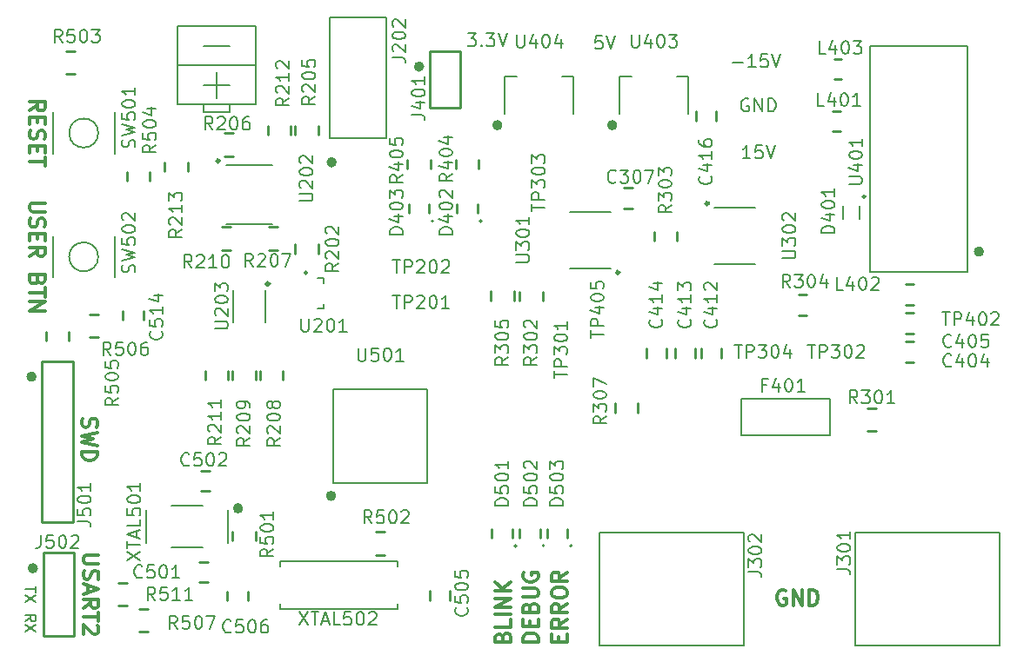
<source format=gto>
G04 #@! TF.FileFunction,Legend,Top*
%FSLAX46Y46*%
G04 Gerber Fmt 4.6, Leading zero omitted, Abs format (unit mm)*
G04 Created by KiCad (PCBNEW 4.0.5+dfsg1-4) date Wed Aug 23 12:06:28 2017*
%MOMM*%
%LPD*%
G01*
G04 APERTURE LIST*
%ADD10C,0.100000*%
%ADD11C,0.203200*%
%ADD12C,0.300000*%
%ADD13C,0.200000*%
%ADD14C,0.254000*%
%ADD15C,0.127000*%
%ADD16C,0.508000*%
%ADD17C,0.250000*%
%ADD18C,0.350000*%
%ADD19C,0.500000*%
%ADD20C,0.150000*%
G04 APERTURE END LIST*
D10*
D11*
X151541239Y-62804524D02*
X152327429Y-62804524D01*
X151904096Y-63288333D01*
X152085524Y-63288333D01*
X152206477Y-63348810D01*
X152266953Y-63409286D01*
X152327429Y-63530238D01*
X152327429Y-63832619D01*
X152266953Y-63953571D01*
X152206477Y-64014048D01*
X152085524Y-64074524D01*
X151722667Y-64074524D01*
X151601715Y-64014048D01*
X151541239Y-63953571D01*
X152871715Y-63953571D02*
X152932191Y-64014048D01*
X152871715Y-64074524D01*
X152811239Y-64014048D01*
X152871715Y-63953571D01*
X152871715Y-64074524D01*
X153355525Y-62804524D02*
X154141715Y-62804524D01*
X153718382Y-63288333D01*
X153899810Y-63288333D01*
X154020763Y-63348810D01*
X154081239Y-63409286D01*
X154141715Y-63530238D01*
X154141715Y-63832619D01*
X154081239Y-63953571D01*
X154020763Y-64014048D01*
X153899810Y-64074524D01*
X153536953Y-64074524D01*
X153416001Y-64014048D01*
X153355525Y-63953571D01*
X154504572Y-62804524D02*
X154927906Y-64074524D01*
X155351239Y-62804524D01*
X164604096Y-63058524D02*
X163999334Y-63058524D01*
X163938858Y-63663286D01*
X163999334Y-63602810D01*
X164120286Y-63542333D01*
X164422667Y-63542333D01*
X164543620Y-63602810D01*
X164604096Y-63663286D01*
X164664572Y-63784238D01*
X164664572Y-64086619D01*
X164604096Y-64207571D01*
X164543620Y-64268048D01*
X164422667Y-64328524D01*
X164120286Y-64328524D01*
X163999334Y-64268048D01*
X163938858Y-64207571D01*
X165027429Y-63058524D02*
X165450763Y-64328524D01*
X165874096Y-63058524D01*
X178864381Y-69215000D02*
X178743429Y-69154524D01*
X178562000Y-69154524D01*
X178380572Y-69215000D01*
X178259619Y-69335952D01*
X178199143Y-69456905D01*
X178138667Y-69698810D01*
X178138667Y-69880238D01*
X178199143Y-70122143D01*
X178259619Y-70243095D01*
X178380572Y-70364048D01*
X178562000Y-70424524D01*
X178682952Y-70424524D01*
X178864381Y-70364048D01*
X178924857Y-70303571D01*
X178924857Y-69880238D01*
X178682952Y-69880238D01*
X179469143Y-70424524D02*
X179469143Y-69154524D01*
X180194857Y-70424524D01*
X180194857Y-69154524D01*
X180799619Y-70424524D02*
X180799619Y-69154524D01*
X181102000Y-69154524D01*
X181283428Y-69215000D01*
X181404381Y-69335952D01*
X181464857Y-69456905D01*
X181525333Y-69698810D01*
X181525333Y-69880238D01*
X181464857Y-70122143D01*
X181404381Y-70243095D01*
X181283428Y-70364048D01*
X181102000Y-70424524D01*
X180799619Y-70424524D01*
X177340381Y-65622714D02*
X178308000Y-65622714D01*
X179578000Y-66106524D02*
X178852286Y-66106524D01*
X179215143Y-66106524D02*
X179215143Y-64836524D01*
X179094191Y-65017952D01*
X178973238Y-65138905D01*
X178852286Y-65199381D01*
X180727048Y-64836524D02*
X180122286Y-64836524D01*
X180061810Y-65441286D01*
X180122286Y-65380810D01*
X180243238Y-65320333D01*
X180545619Y-65320333D01*
X180666572Y-65380810D01*
X180727048Y-65441286D01*
X180787524Y-65562238D01*
X180787524Y-65864619D01*
X180727048Y-65985571D01*
X180666572Y-66046048D01*
X180545619Y-66106524D01*
X180243238Y-66106524D01*
X180122286Y-66046048D01*
X180061810Y-65985571D01*
X181150381Y-64836524D02*
X181573715Y-66106524D01*
X181997048Y-64836524D01*
X179045810Y-74996524D02*
X178320096Y-74996524D01*
X178682953Y-74996524D02*
X178682953Y-73726524D01*
X178562001Y-73907952D01*
X178441048Y-74028905D01*
X178320096Y-74089381D01*
X180194858Y-73726524D02*
X179590096Y-73726524D01*
X179529620Y-74331286D01*
X179590096Y-74270810D01*
X179711048Y-74210333D01*
X180013429Y-74210333D01*
X180134382Y-74270810D01*
X180194858Y-74331286D01*
X180255334Y-74452238D01*
X180255334Y-74754619D01*
X180194858Y-74875571D01*
X180134382Y-74936048D01*
X180013429Y-74996524D01*
X179711048Y-74996524D01*
X179590096Y-74936048D01*
X179529620Y-74875571D01*
X180618191Y-73726524D02*
X181041525Y-74996524D01*
X181464858Y-73726524D01*
D12*
X182499143Y-117106000D02*
X182356286Y-117034571D01*
X182142000Y-117034571D01*
X181927715Y-117106000D01*
X181784857Y-117248857D01*
X181713429Y-117391714D01*
X181642000Y-117677429D01*
X181642000Y-117891714D01*
X181713429Y-118177429D01*
X181784857Y-118320286D01*
X181927715Y-118463143D01*
X182142000Y-118534571D01*
X182284857Y-118534571D01*
X182499143Y-118463143D01*
X182570572Y-118391714D01*
X182570572Y-117891714D01*
X182284857Y-117891714D01*
X183213429Y-118534571D02*
X183213429Y-117034571D01*
X184070572Y-118534571D01*
X184070572Y-117034571D01*
X184784858Y-118534571D02*
X184784858Y-117034571D01*
X185142001Y-117034571D01*
X185356286Y-117106000D01*
X185499144Y-117248857D01*
X185570572Y-117391714D01*
X185642001Y-117677429D01*
X185642001Y-117891714D01*
X185570572Y-118177429D01*
X185499144Y-118320286D01*
X185356286Y-118463143D01*
X185142001Y-118534571D01*
X184784858Y-118534571D01*
X160420857Y-122102143D02*
X160420857Y-121602143D01*
X161206571Y-121387857D02*
X161206571Y-122102143D01*
X159706571Y-122102143D01*
X159706571Y-121387857D01*
X161206571Y-119887857D02*
X160492286Y-120387857D01*
X161206571Y-120745000D02*
X159706571Y-120745000D01*
X159706571Y-120173572D01*
X159778000Y-120030714D01*
X159849429Y-119959286D01*
X159992286Y-119887857D01*
X160206571Y-119887857D01*
X160349429Y-119959286D01*
X160420857Y-120030714D01*
X160492286Y-120173572D01*
X160492286Y-120745000D01*
X161206571Y-118387857D02*
X160492286Y-118887857D01*
X161206571Y-119245000D02*
X159706571Y-119245000D01*
X159706571Y-118673572D01*
X159778000Y-118530714D01*
X159849429Y-118459286D01*
X159992286Y-118387857D01*
X160206571Y-118387857D01*
X160349429Y-118459286D01*
X160420857Y-118530714D01*
X160492286Y-118673572D01*
X160492286Y-119245000D01*
X159706571Y-117459286D02*
X159706571Y-117173572D01*
X159778000Y-117030714D01*
X159920857Y-116887857D01*
X160206571Y-116816429D01*
X160706571Y-116816429D01*
X160992286Y-116887857D01*
X161135143Y-117030714D01*
X161206571Y-117173572D01*
X161206571Y-117459286D01*
X161135143Y-117602143D01*
X160992286Y-117745000D01*
X160706571Y-117816429D01*
X160206571Y-117816429D01*
X159920857Y-117745000D01*
X159778000Y-117602143D01*
X159706571Y-117459286D01*
X161206571Y-115316428D02*
X160492286Y-115816428D01*
X161206571Y-116173571D02*
X159706571Y-116173571D01*
X159706571Y-115602143D01*
X159778000Y-115459285D01*
X159849429Y-115387857D01*
X159992286Y-115316428D01*
X160206571Y-115316428D01*
X160349429Y-115387857D01*
X160420857Y-115459285D01*
X160492286Y-115602143D01*
X160492286Y-116173571D01*
X158412571Y-122102143D02*
X156912571Y-122102143D01*
X156912571Y-121745000D01*
X156984000Y-121530715D01*
X157126857Y-121387857D01*
X157269714Y-121316429D01*
X157555429Y-121245000D01*
X157769714Y-121245000D01*
X158055429Y-121316429D01*
X158198286Y-121387857D01*
X158341143Y-121530715D01*
X158412571Y-121745000D01*
X158412571Y-122102143D01*
X157626857Y-120602143D02*
X157626857Y-120102143D01*
X158412571Y-119887857D02*
X158412571Y-120602143D01*
X156912571Y-120602143D01*
X156912571Y-119887857D01*
X157626857Y-118745000D02*
X157698286Y-118530714D01*
X157769714Y-118459286D01*
X157912571Y-118387857D01*
X158126857Y-118387857D01*
X158269714Y-118459286D01*
X158341143Y-118530714D01*
X158412571Y-118673572D01*
X158412571Y-119245000D01*
X156912571Y-119245000D01*
X156912571Y-118745000D01*
X156984000Y-118602143D01*
X157055429Y-118530714D01*
X157198286Y-118459286D01*
X157341143Y-118459286D01*
X157484000Y-118530714D01*
X157555429Y-118602143D01*
X157626857Y-118745000D01*
X157626857Y-119245000D01*
X156912571Y-117745000D02*
X158126857Y-117745000D01*
X158269714Y-117673572D01*
X158341143Y-117602143D01*
X158412571Y-117459286D01*
X158412571Y-117173572D01*
X158341143Y-117030714D01*
X158269714Y-116959286D01*
X158126857Y-116887857D01*
X156912571Y-116887857D01*
X156984000Y-115387857D02*
X156912571Y-115530714D01*
X156912571Y-115745000D01*
X156984000Y-115959285D01*
X157126857Y-116102143D01*
X157269714Y-116173571D01*
X157555429Y-116245000D01*
X157769714Y-116245000D01*
X158055429Y-116173571D01*
X158198286Y-116102143D01*
X158341143Y-115959285D01*
X158412571Y-115745000D01*
X158412571Y-115602143D01*
X158341143Y-115387857D01*
X158269714Y-115316428D01*
X157769714Y-115316428D01*
X157769714Y-115602143D01*
X154959857Y-121645857D02*
X155031286Y-121431571D01*
X155102714Y-121360143D01*
X155245571Y-121288714D01*
X155459857Y-121288714D01*
X155602714Y-121360143D01*
X155674143Y-121431571D01*
X155745571Y-121574429D01*
X155745571Y-122145857D01*
X154245571Y-122145857D01*
X154245571Y-121645857D01*
X154317000Y-121503000D01*
X154388429Y-121431571D01*
X154531286Y-121360143D01*
X154674143Y-121360143D01*
X154817000Y-121431571D01*
X154888429Y-121503000D01*
X154959857Y-121645857D01*
X154959857Y-122145857D01*
X155745571Y-119931571D02*
X155745571Y-120645857D01*
X154245571Y-120645857D01*
X155745571Y-119431571D02*
X154245571Y-119431571D01*
X155745571Y-118717285D02*
X154245571Y-118717285D01*
X155745571Y-117860142D01*
X154245571Y-117860142D01*
X155745571Y-117145856D02*
X154245571Y-117145856D01*
X155745571Y-116288713D02*
X154888429Y-116931570D01*
X154245571Y-116288713D02*
X155102714Y-117145856D01*
X110422429Y-79332000D02*
X109208143Y-79332000D01*
X109065286Y-79403428D01*
X108993857Y-79474857D01*
X108922429Y-79617714D01*
X108922429Y-79903428D01*
X108993857Y-80046286D01*
X109065286Y-80117714D01*
X109208143Y-80189143D01*
X110422429Y-80189143D01*
X108993857Y-80832000D02*
X108922429Y-81046286D01*
X108922429Y-81403429D01*
X108993857Y-81546286D01*
X109065286Y-81617715D01*
X109208143Y-81689143D01*
X109351000Y-81689143D01*
X109493857Y-81617715D01*
X109565286Y-81546286D01*
X109636714Y-81403429D01*
X109708143Y-81117715D01*
X109779571Y-80974857D01*
X109851000Y-80903429D01*
X109993857Y-80832000D01*
X110136714Y-80832000D01*
X110279571Y-80903429D01*
X110351000Y-80974857D01*
X110422429Y-81117715D01*
X110422429Y-81474857D01*
X110351000Y-81689143D01*
X109708143Y-82332000D02*
X109708143Y-82832000D01*
X108922429Y-83046286D02*
X108922429Y-82332000D01*
X110422429Y-82332000D01*
X110422429Y-83046286D01*
X108922429Y-84546286D02*
X109636714Y-84046286D01*
X108922429Y-83689143D02*
X110422429Y-83689143D01*
X110422429Y-84260571D01*
X110351000Y-84403429D01*
X110279571Y-84474857D01*
X110136714Y-84546286D01*
X109922429Y-84546286D01*
X109779571Y-84474857D01*
X109708143Y-84403429D01*
X109636714Y-84260571D01*
X109636714Y-83689143D01*
X109708143Y-86832000D02*
X109636714Y-87046286D01*
X109565286Y-87117714D01*
X109422429Y-87189143D01*
X109208143Y-87189143D01*
X109065286Y-87117714D01*
X108993857Y-87046286D01*
X108922429Y-86903428D01*
X108922429Y-86332000D01*
X110422429Y-86332000D01*
X110422429Y-86832000D01*
X110351000Y-86974857D01*
X110279571Y-87046286D01*
X110136714Y-87117714D01*
X109993857Y-87117714D01*
X109851000Y-87046286D01*
X109779571Y-86974857D01*
X109708143Y-86832000D01*
X109708143Y-86332000D01*
X110422429Y-87617714D02*
X110422429Y-88474857D01*
X108922429Y-88046286D02*
X110422429Y-88046286D01*
X108922429Y-88974857D02*
X110422429Y-88974857D01*
X108922429Y-89832000D01*
X110422429Y-89832000D01*
X108922429Y-70338429D02*
X109636714Y-69838429D01*
X108922429Y-69481286D02*
X110422429Y-69481286D01*
X110422429Y-70052714D01*
X110351000Y-70195572D01*
X110279571Y-70267000D01*
X110136714Y-70338429D01*
X109922429Y-70338429D01*
X109779571Y-70267000D01*
X109708143Y-70195572D01*
X109636714Y-70052714D01*
X109636714Y-69481286D01*
X109708143Y-70981286D02*
X109708143Y-71481286D01*
X108922429Y-71695572D02*
X108922429Y-70981286D01*
X110422429Y-70981286D01*
X110422429Y-71695572D01*
X108993857Y-72267000D02*
X108922429Y-72481286D01*
X108922429Y-72838429D01*
X108993857Y-72981286D01*
X109065286Y-73052715D01*
X109208143Y-73124143D01*
X109351000Y-73124143D01*
X109493857Y-73052715D01*
X109565286Y-72981286D01*
X109636714Y-72838429D01*
X109708143Y-72552715D01*
X109779571Y-72409857D01*
X109851000Y-72338429D01*
X109993857Y-72267000D01*
X110136714Y-72267000D01*
X110279571Y-72338429D01*
X110351000Y-72409857D01*
X110422429Y-72552715D01*
X110422429Y-72909857D01*
X110351000Y-73124143D01*
X109708143Y-73767000D02*
X109708143Y-74267000D01*
X108922429Y-74481286D02*
X108922429Y-73767000D01*
X110422429Y-73767000D01*
X110422429Y-74481286D01*
X110422429Y-74909857D02*
X110422429Y-75767000D01*
X108922429Y-75338429D02*
X110422429Y-75338429D01*
D11*
X108506381Y-120099667D02*
X108990190Y-119761001D01*
X108506381Y-119519096D02*
X109522381Y-119519096D01*
X109522381Y-119906143D01*
X109474000Y-120002905D01*
X109425619Y-120051286D01*
X109328857Y-120099667D01*
X109183714Y-120099667D01*
X109086952Y-120051286D01*
X109038571Y-120002905D01*
X108990190Y-119906143D01*
X108990190Y-119519096D01*
X109522381Y-120438334D02*
X108506381Y-121115667D01*
X109522381Y-121115667D02*
X108506381Y-120438334D01*
X109522381Y-116700905D02*
X109522381Y-117281476D01*
X108506381Y-116991191D02*
X109522381Y-116991191D01*
X109522381Y-117523381D02*
X108506381Y-118200714D01*
X109522381Y-118200714D02*
X108506381Y-117523381D01*
D12*
X115629429Y-113653572D02*
X114415143Y-113653572D01*
X114272286Y-113725000D01*
X114200857Y-113796429D01*
X114129429Y-113939286D01*
X114129429Y-114225000D01*
X114200857Y-114367858D01*
X114272286Y-114439286D01*
X114415143Y-114510715D01*
X115629429Y-114510715D01*
X114200857Y-115153572D02*
X114129429Y-115367858D01*
X114129429Y-115725001D01*
X114200857Y-115867858D01*
X114272286Y-115939287D01*
X114415143Y-116010715D01*
X114558000Y-116010715D01*
X114700857Y-115939287D01*
X114772286Y-115867858D01*
X114843714Y-115725001D01*
X114915143Y-115439287D01*
X114986571Y-115296429D01*
X115058000Y-115225001D01*
X115200857Y-115153572D01*
X115343714Y-115153572D01*
X115486571Y-115225001D01*
X115558000Y-115296429D01*
X115629429Y-115439287D01*
X115629429Y-115796429D01*
X115558000Y-116010715D01*
X114558000Y-116582143D02*
X114558000Y-117296429D01*
X114129429Y-116439286D02*
X115629429Y-116939286D01*
X114129429Y-117439286D01*
X114129429Y-118796429D02*
X114843714Y-118296429D01*
X114129429Y-117939286D02*
X115629429Y-117939286D01*
X115629429Y-118510714D01*
X115558000Y-118653572D01*
X115486571Y-118725000D01*
X115343714Y-118796429D01*
X115129429Y-118796429D01*
X114986571Y-118725000D01*
X114915143Y-118653572D01*
X114843714Y-118510714D01*
X114843714Y-117939286D01*
X115629429Y-119225000D02*
X115629429Y-120082143D01*
X114129429Y-119653572D02*
X115629429Y-119653572D01*
X115486571Y-120510714D02*
X115558000Y-120582143D01*
X115629429Y-120725000D01*
X115629429Y-121082143D01*
X115558000Y-121225000D01*
X115486571Y-121296429D01*
X115343714Y-121367857D01*
X115200857Y-121367857D01*
X114986571Y-121296429D01*
X114129429Y-120439286D01*
X114129429Y-121367857D01*
X114073857Y-100326286D02*
X114002429Y-100540572D01*
X114002429Y-100897715D01*
X114073857Y-101040572D01*
X114145286Y-101112001D01*
X114288143Y-101183429D01*
X114431000Y-101183429D01*
X114573857Y-101112001D01*
X114645286Y-101040572D01*
X114716714Y-100897715D01*
X114788143Y-100612001D01*
X114859571Y-100469143D01*
X114931000Y-100397715D01*
X115073857Y-100326286D01*
X115216714Y-100326286D01*
X115359571Y-100397715D01*
X115431000Y-100469143D01*
X115502429Y-100612001D01*
X115502429Y-100969143D01*
X115431000Y-101183429D01*
X115502429Y-101683429D02*
X114002429Y-102040572D01*
X115073857Y-102326286D01*
X114002429Y-102612000D01*
X115502429Y-102969143D01*
X114002429Y-103540572D02*
X115502429Y-103540572D01*
X115502429Y-103897715D01*
X115431000Y-104112000D01*
X115288143Y-104254858D01*
X115145286Y-104326286D01*
X114859571Y-104397715D01*
X114645286Y-104397715D01*
X114359571Y-104326286D01*
X114216714Y-104254858D01*
X114073857Y-104112000D01*
X114002429Y-103897715D01*
X114002429Y-103540572D01*
D13*
X127127000Y-66548000D02*
X127127000Y-69088000D01*
X125857000Y-67818000D02*
X128397000Y-67818000D01*
X125857000Y-64008000D02*
X128397000Y-64008000D01*
X128397000Y-70485000D02*
X128397000Y-69723000D01*
X125857000Y-70485000D02*
X128397000Y-70485000D01*
X125857000Y-69723000D02*
X125857000Y-70485000D01*
X123317000Y-65913000D02*
X130937000Y-65913000D01*
X123317000Y-69723000D02*
X123317000Y-62103000D01*
X130937000Y-69723000D02*
X123317000Y-69723000D01*
X130937000Y-62103000D02*
X130937000Y-69723000D01*
X123317000Y-62103000D02*
X130937000Y-62103000D01*
D14*
X166716000Y-77867000D02*
X167566000Y-77867000D01*
X166716000Y-79867000D02*
X167566000Y-79867000D01*
X194188000Y-92853000D02*
X194888000Y-92853000D01*
X194188000Y-94853000D02*
X194888000Y-94853000D01*
X194188000Y-90059000D02*
X194888000Y-90059000D01*
X194188000Y-92059000D02*
X194888000Y-92059000D01*
X176260000Y-93546000D02*
X176260000Y-94396000D01*
X174260000Y-93546000D02*
X174260000Y-94396000D01*
X173720000Y-93546000D02*
X173720000Y-94396000D01*
X171720000Y-93546000D02*
X171720000Y-94396000D01*
X170926000Y-93546000D02*
X170926000Y-94396000D01*
X168926000Y-93546000D02*
X168926000Y-94396000D01*
X175752000Y-70432000D02*
X175752000Y-71282000D01*
X173752000Y-70432000D02*
X173752000Y-71282000D01*
X125423000Y-114316000D02*
X126273000Y-114316000D01*
X125423000Y-116316000D02*
X126273000Y-116316000D01*
X126418000Y-107426000D02*
X125568000Y-107426000D01*
X126418000Y-105426000D02*
X125568000Y-105426000D01*
X147844000Y-118018000D02*
X147844000Y-117168000D01*
X149844000Y-118018000D02*
X149844000Y-117168000D01*
X130159000Y-117186000D02*
X130159000Y-118036000D01*
X128159000Y-117186000D02*
X128159000Y-118036000D01*
X117999000Y-90731000D02*
X117999000Y-89881000D01*
X119999000Y-90731000D02*
X119999000Y-89881000D01*
X190244300Y-78714000D02*
G75*
G03X190244300Y-78714000I-125300J0D01*
G01*
D15*
X188049000Y-79588000D02*
X188049000Y-80888000D01*
X189649000Y-80888000D02*
X189649000Y-79588000D01*
D11*
X156302576Y-112776082D02*
G75*
G03X156302576Y-112776082I-101980J0D01*
G01*
D14*
X153900596Y-111976082D02*
X153900596Y-111126082D01*
X155900596Y-111976082D02*
X155900596Y-111126082D01*
D11*
X159008980Y-112740000D02*
G75*
G03X159008980Y-112740000I-101980J0D01*
G01*
D14*
X156607000Y-111940000D02*
X156607000Y-111090000D01*
X158607000Y-111940000D02*
X158607000Y-111090000D01*
D11*
X161675980Y-112740000D02*
G75*
G03X161675980Y-112740000I-101980J0D01*
G01*
D14*
X159274000Y-111940000D02*
X159274000Y-111090000D01*
X161274000Y-111940000D02*
X161274000Y-111090000D01*
D16*
X109474000Y-114935000D02*
G75*
G03X109474000Y-114935000I-254000J0D01*
G01*
D14*
X113260000Y-113435000D02*
X110260000Y-113435000D01*
X110260000Y-113435000D02*
X110260000Y-121515000D01*
X110260000Y-121515000D02*
X113260000Y-121515000D01*
X113260000Y-121515000D02*
X113260000Y-113435000D01*
X187076000Y-70374000D02*
X187776000Y-70374000D01*
X187076000Y-72374000D02*
X187776000Y-72374000D01*
X194188000Y-87265000D02*
X194888000Y-87265000D01*
X194188000Y-89265000D02*
X194888000Y-89265000D01*
X187203000Y-65294000D02*
X187903000Y-65294000D01*
X187203000Y-67294000D02*
X187903000Y-67294000D01*
X137017000Y-83386000D02*
X137017000Y-84236000D01*
X134763000Y-83386000D02*
X134763000Y-84236000D01*
X134763000Y-72697000D02*
X134763000Y-71847000D01*
X137017000Y-72697000D02*
X137017000Y-71847000D01*
X128704000Y-74787000D02*
X127854000Y-74787000D01*
X128704000Y-72533000D02*
X127854000Y-72533000D01*
X133588000Y-95741000D02*
X133588000Y-96591000D01*
X131334000Y-95741000D02*
X131334000Y-96591000D01*
X130921000Y-95741000D02*
X130921000Y-96591000D01*
X128667000Y-95741000D02*
X128667000Y-96591000D01*
X128254000Y-95723000D02*
X128254000Y-96573000D01*
X126000000Y-95723000D02*
X126000000Y-96573000D01*
X134350000Y-71829000D02*
X134350000Y-72679000D01*
X132096000Y-71829000D02*
X132096000Y-72679000D01*
X124317000Y-75385000D02*
X124317000Y-76235000D01*
X122063000Y-75385000D02*
X122063000Y-76235000D01*
X191297000Y-101584000D02*
X190447000Y-101584000D01*
X191297000Y-99330000D02*
X190447000Y-99330000D01*
X156607000Y-88826000D02*
X156607000Y-87976000D01*
X158861000Y-88826000D02*
X158861000Y-87976000D01*
X169688000Y-82984000D02*
X169688000Y-82134000D01*
X171942000Y-82984000D02*
X171942000Y-82134000D01*
X183774000Y-88281000D02*
X184474000Y-88281000D01*
X183774000Y-90281000D02*
X184474000Y-90281000D01*
X156067000Y-87958000D02*
X156067000Y-88808000D01*
X153813000Y-87958000D02*
X153813000Y-88808000D01*
X165878000Y-99730000D02*
X165878000Y-98880000D01*
X168132000Y-99730000D02*
X168132000Y-98880000D01*
X130921000Y-111344000D02*
X130921000Y-112194000D01*
X128667000Y-111344000D02*
X128667000Y-112194000D01*
X142568000Y-111395000D02*
X143418000Y-111395000D01*
X142568000Y-113649000D02*
X143418000Y-113649000D01*
X112469000Y-64532000D02*
X113319000Y-64532000D01*
X112469000Y-66786000D02*
X113319000Y-66786000D01*
X120634000Y-76292000D02*
X120634000Y-77142000D01*
X118380000Y-76292000D02*
X118380000Y-77142000D01*
X112760000Y-91913000D02*
X112760000Y-92763000D01*
X110506000Y-91913000D02*
X110506000Y-92763000D01*
X114773000Y-90186000D02*
X115623000Y-90186000D01*
X114773000Y-92440000D02*
X115623000Y-92440000D01*
X119581000Y-118888000D02*
X120431000Y-118888000D01*
X119581000Y-121142000D02*
X120431000Y-121142000D01*
X117549000Y-116348000D02*
X118399000Y-116348000D01*
X117549000Y-118602000D02*
X118399000Y-118602000D01*
D11*
X115587214Y-72517000D02*
G75*
G03X115587214Y-72517000I-1414214J0D01*
G01*
X117173000Y-70517000D02*
X117173000Y-74517000D01*
X111173000Y-70517000D02*
X111173000Y-74517000D01*
X115587214Y-84582000D02*
G75*
G03X115587214Y-84582000I-1414214J0D01*
G01*
X117173000Y-82582000D02*
X117173000Y-86582000D01*
X111173000Y-82582000D02*
X111173000Y-86582000D01*
D17*
X135917803Y-86138000D02*
G75*
G03X135917803Y-86138000I-111803J0D01*
G01*
D11*
X137556000Y-89638000D02*
X136906000Y-89638000D01*
X137556000Y-86638000D02*
X136906000Y-86638000D01*
X137556000Y-87122000D02*
X137556000Y-86638000D01*
X137556000Y-89154000D02*
X137556000Y-89638000D01*
D18*
X127373300Y-75232000D02*
G75*
G03X127373300Y-75232000I-125300J0D01*
G01*
D11*
X128052000Y-75609000D02*
X132552000Y-75609000D01*
X128052000Y-81363000D02*
X132552000Y-81363000D01*
D12*
X166292178Y-86111000D02*
G75*
G03X166292178Y-86111000I-143178J0D01*
G01*
D11*
X165449000Y-85685000D02*
X161449000Y-85685000D01*
X165449000Y-80177000D02*
X161449000Y-80177000D01*
D12*
X174989178Y-79370000D02*
G75*
G03X174989178Y-79370000I-143178J0D01*
G01*
D11*
X175546000Y-79796000D02*
X179546000Y-79796000D01*
X175546000Y-85304000D02*
X179546000Y-85304000D01*
D19*
X165859072Y-71755000D02*
G75*
G03X165859072Y-71755000I-251072J0D01*
G01*
D11*
X171872000Y-66984000D02*
X173022000Y-66984000D01*
X166322000Y-66984000D02*
X167472000Y-66984000D01*
X173022000Y-66984000D02*
X173022000Y-70684000D01*
X166322000Y-66984000D02*
X166322000Y-70684000D01*
D19*
X154683072Y-71755000D02*
G75*
G03X154683072Y-71755000I-251072J0D01*
G01*
D11*
X160696000Y-66984000D02*
X161846000Y-66984000D01*
X155146000Y-66984000D02*
X156296000Y-66984000D01*
X161846000Y-66984000D02*
X161846000Y-70684000D01*
X155146000Y-66984000D02*
X155146000Y-70684000D01*
X138499000Y-97469000D02*
X138499000Y-106613000D01*
X138499000Y-106613000D02*
X147643000Y-106613000D01*
X147643000Y-106613000D02*
X147643000Y-97469000D01*
X147643000Y-97469000D02*
X138499000Y-97469000D01*
D16*
X138499000Y-107883000D02*
G75*
G03X138499000Y-107883000I-254000J0D01*
G01*
D19*
X129444000Y-109092000D02*
G75*
G03X129444000Y-109092000I-254000J0D01*
G01*
D11*
X125737000Y-108870000D02*
X122737000Y-108870000D01*
X128237000Y-112470000D02*
X128237000Y-109270000D01*
X122737000Y-112870000D02*
X125737000Y-112870000D01*
X120237000Y-109270000D02*
X120237000Y-112470000D01*
X144685000Y-114786000D02*
X144685000Y-114236000D01*
X144685000Y-114236000D02*
X133285000Y-114236000D01*
X133285000Y-114236000D02*
X133285000Y-114786000D01*
X144685000Y-118936000D02*
X144685000Y-118386000D01*
X133285000Y-118386000D02*
X133285000Y-118936000D01*
X144685000Y-118936000D02*
X133285000Y-118936000D01*
D16*
X138553000Y-75371000D02*
G75*
G03X138553000Y-75371000I-250000J0D01*
G01*
D11*
X143593000Y-73011000D02*
X138093000Y-73011000D01*
X143593000Y-61211000D02*
X138093000Y-61211000D01*
X138093000Y-73011000D02*
X138093000Y-61211000D01*
X143593000Y-73011000D02*
X143593000Y-61211000D01*
D20*
X203288000Y-122459000D02*
X189288000Y-122459000D01*
X203288000Y-111459000D02*
X189288000Y-111459000D01*
X189288000Y-122459000D02*
X189288000Y-111459000D01*
X203288000Y-111459000D02*
X203288000Y-122459000D01*
X178396000Y-122459000D02*
X164396000Y-122459000D01*
X178396000Y-111459000D02*
X164396000Y-111459000D01*
X164396000Y-122459000D02*
X164396000Y-111459000D01*
X178396000Y-111459000D02*
X178396000Y-122459000D01*
D16*
X201549000Y-84074000D02*
G75*
G03X201549000Y-84074000I-254000J0D01*
G01*
D11*
X190667000Y-86074000D02*
X200167000Y-86074000D01*
X190667000Y-64074000D02*
X190667000Y-86074000D01*
X190667000Y-64074000D02*
X200167000Y-64074000D01*
X200167000Y-86074000D02*
X200167000Y-64074000D01*
D14*
X133022000Y-83931000D02*
X132172000Y-83931000D01*
X133022000Y-81677000D02*
X132172000Y-81677000D01*
X127600000Y-81677000D02*
X128450000Y-81677000D01*
X127600000Y-83931000D02*
X128450000Y-83931000D01*
D18*
X132268433Y-87208000D02*
G75*
G03X132268433Y-87208000I-166433J0D01*
G01*
D11*
X131852000Y-87858000D02*
X131852000Y-90958000D01*
X128752000Y-87858000D02*
X128752000Y-90958000D01*
D20*
X186817000Y-101981000D02*
X186817000Y-98425000D01*
X186817000Y-98425000D02*
X178181000Y-98425000D01*
X178166000Y-101986000D02*
X178166000Y-98420000D01*
X186832000Y-101986000D02*
X178181000Y-101986000D01*
D11*
X152912980Y-81099000D02*
G75*
G03X152912980Y-81099000I-101980J0D01*
G01*
D14*
X150511000Y-80299000D02*
X150511000Y-79449000D01*
X152511000Y-80299000D02*
X152511000Y-79449000D01*
D11*
X148213980Y-81099000D02*
G75*
G03X148213980Y-81099000I-101980J0D01*
G01*
D14*
X145812000Y-80299000D02*
X145812000Y-79449000D01*
X147812000Y-80299000D02*
X147812000Y-79449000D01*
X150384000Y-75981000D02*
X150384000Y-75131000D01*
X152638000Y-75981000D02*
X152638000Y-75131000D01*
X145685000Y-75981000D02*
X145685000Y-75131000D01*
X147939000Y-75981000D02*
X147939000Y-75131000D01*
D16*
X109347000Y-96266000D02*
G75*
G03X109347000Y-96266000I-254000J0D01*
G01*
D14*
X113133000Y-94766000D02*
X110133000Y-94766000D01*
X110133000Y-94766000D02*
X110133000Y-110466000D01*
X110133000Y-110466000D02*
X113133000Y-110466000D01*
X113133000Y-110466000D02*
X113133000Y-94766000D01*
D16*
X147066000Y-66040000D02*
G75*
G03X147066000Y-66040000I-254000J0D01*
G01*
D14*
X150852000Y-64540000D02*
X147852000Y-64540000D01*
X147852000Y-64540000D02*
X147852000Y-70080000D01*
X147852000Y-70080000D02*
X150852000Y-70080000D01*
X150852000Y-70080000D02*
X150852000Y-64540000D01*
D11*
X165964809Y-77270571D02*
X165904333Y-77331048D01*
X165722904Y-77391524D01*
X165601952Y-77391524D01*
X165420524Y-77331048D01*
X165299571Y-77210095D01*
X165239095Y-77089143D01*
X165178619Y-76847238D01*
X165178619Y-76665810D01*
X165239095Y-76423905D01*
X165299571Y-76302952D01*
X165420524Y-76182000D01*
X165601952Y-76121524D01*
X165722904Y-76121524D01*
X165904333Y-76182000D01*
X165964809Y-76242476D01*
X166388143Y-76121524D02*
X167174333Y-76121524D01*
X166751000Y-76605333D01*
X166932428Y-76605333D01*
X167053381Y-76665810D01*
X167113857Y-76726286D01*
X167174333Y-76847238D01*
X167174333Y-77149619D01*
X167113857Y-77270571D01*
X167053381Y-77331048D01*
X166932428Y-77391524D01*
X166569571Y-77391524D01*
X166448619Y-77331048D01*
X166388143Y-77270571D01*
X167960524Y-76121524D02*
X168081476Y-76121524D01*
X168202428Y-76182000D01*
X168262905Y-76242476D01*
X168323381Y-76363429D01*
X168383857Y-76605333D01*
X168383857Y-76907714D01*
X168323381Y-77149619D01*
X168262905Y-77270571D01*
X168202428Y-77331048D01*
X168081476Y-77391524D01*
X167960524Y-77391524D01*
X167839571Y-77331048D01*
X167779095Y-77270571D01*
X167718619Y-77149619D01*
X167658143Y-76907714D01*
X167658143Y-76605333D01*
X167718619Y-76363429D01*
X167779095Y-76242476D01*
X167839571Y-76182000D01*
X167960524Y-76121524D01*
X168807191Y-76121524D02*
X169653857Y-76121524D01*
X169109572Y-77391524D01*
X198603809Y-95195571D02*
X198543333Y-95256048D01*
X198361904Y-95316524D01*
X198240952Y-95316524D01*
X198059524Y-95256048D01*
X197938571Y-95135095D01*
X197878095Y-95014143D01*
X197817619Y-94772238D01*
X197817619Y-94590810D01*
X197878095Y-94348905D01*
X197938571Y-94227952D01*
X198059524Y-94107000D01*
X198240952Y-94046524D01*
X198361904Y-94046524D01*
X198543333Y-94107000D01*
X198603809Y-94167476D01*
X199692381Y-94469857D02*
X199692381Y-95316524D01*
X199390000Y-93986048D02*
X199087619Y-94893190D01*
X199873809Y-94893190D01*
X200599524Y-94046524D02*
X200720476Y-94046524D01*
X200841428Y-94107000D01*
X200901905Y-94167476D01*
X200962381Y-94288429D01*
X201022857Y-94530333D01*
X201022857Y-94832714D01*
X200962381Y-95074619D01*
X200901905Y-95195571D01*
X200841428Y-95256048D01*
X200720476Y-95316524D01*
X200599524Y-95316524D01*
X200478571Y-95256048D01*
X200418095Y-95195571D01*
X200357619Y-95074619D01*
X200297143Y-94832714D01*
X200297143Y-94530333D01*
X200357619Y-94288429D01*
X200418095Y-94167476D01*
X200478571Y-94107000D01*
X200599524Y-94046524D01*
X202111429Y-94469857D02*
X202111429Y-95316524D01*
X201809048Y-93986048D02*
X201506667Y-94893190D01*
X202292857Y-94893190D01*
X198603809Y-93290571D02*
X198543333Y-93351048D01*
X198361904Y-93411524D01*
X198240952Y-93411524D01*
X198059524Y-93351048D01*
X197938571Y-93230095D01*
X197878095Y-93109143D01*
X197817619Y-92867238D01*
X197817619Y-92685810D01*
X197878095Y-92443905D01*
X197938571Y-92322952D01*
X198059524Y-92202000D01*
X198240952Y-92141524D01*
X198361904Y-92141524D01*
X198543333Y-92202000D01*
X198603809Y-92262476D01*
X199692381Y-92564857D02*
X199692381Y-93411524D01*
X199390000Y-92081048D02*
X199087619Y-92988190D01*
X199873809Y-92988190D01*
X200599524Y-92141524D02*
X200720476Y-92141524D01*
X200841428Y-92202000D01*
X200901905Y-92262476D01*
X200962381Y-92383429D01*
X201022857Y-92625333D01*
X201022857Y-92927714D01*
X200962381Y-93169619D01*
X200901905Y-93290571D01*
X200841428Y-93351048D01*
X200720476Y-93411524D01*
X200599524Y-93411524D01*
X200478571Y-93351048D01*
X200418095Y-93290571D01*
X200357619Y-93169619D01*
X200297143Y-92927714D01*
X200297143Y-92625333D01*
X200357619Y-92383429D01*
X200418095Y-92262476D01*
X200478571Y-92202000D01*
X200599524Y-92141524D01*
X202171905Y-92141524D02*
X201567143Y-92141524D01*
X201506667Y-92746286D01*
X201567143Y-92685810D01*
X201688095Y-92625333D01*
X201990476Y-92625333D01*
X202111429Y-92685810D01*
X202171905Y-92746286D01*
X202232381Y-92867238D01*
X202232381Y-93169619D01*
X202171905Y-93290571D01*
X202111429Y-93351048D01*
X201990476Y-93411524D01*
X201688095Y-93411524D01*
X201567143Y-93351048D01*
X201506667Y-93290571D01*
X175713571Y-90702191D02*
X175774048Y-90762667D01*
X175834524Y-90944096D01*
X175834524Y-91065048D01*
X175774048Y-91246476D01*
X175653095Y-91367429D01*
X175532143Y-91427905D01*
X175290238Y-91488381D01*
X175108810Y-91488381D01*
X174866905Y-91427905D01*
X174745952Y-91367429D01*
X174625000Y-91246476D01*
X174564524Y-91065048D01*
X174564524Y-90944096D01*
X174625000Y-90762667D01*
X174685476Y-90702191D01*
X174987857Y-89613619D02*
X175834524Y-89613619D01*
X174504048Y-89916000D02*
X175411190Y-90218381D01*
X175411190Y-89432191D01*
X175834524Y-88283143D02*
X175834524Y-89008857D01*
X175834524Y-88646000D02*
X174564524Y-88646000D01*
X174745952Y-88766952D01*
X174866905Y-88887905D01*
X174927381Y-89008857D01*
X174685476Y-87799333D02*
X174625000Y-87738857D01*
X174564524Y-87617905D01*
X174564524Y-87315524D01*
X174625000Y-87194571D01*
X174685476Y-87134095D01*
X174806429Y-87073619D01*
X174927381Y-87073619D01*
X175108810Y-87134095D01*
X175834524Y-87859809D01*
X175834524Y-87073619D01*
X173173571Y-90702191D02*
X173234048Y-90762667D01*
X173294524Y-90944096D01*
X173294524Y-91065048D01*
X173234048Y-91246476D01*
X173113095Y-91367429D01*
X172992143Y-91427905D01*
X172750238Y-91488381D01*
X172568810Y-91488381D01*
X172326905Y-91427905D01*
X172205952Y-91367429D01*
X172085000Y-91246476D01*
X172024524Y-91065048D01*
X172024524Y-90944096D01*
X172085000Y-90762667D01*
X172145476Y-90702191D01*
X172447857Y-89613619D02*
X173294524Y-89613619D01*
X171964048Y-89916000D02*
X172871190Y-90218381D01*
X172871190Y-89432191D01*
X173294524Y-88283143D02*
X173294524Y-89008857D01*
X173294524Y-88646000D02*
X172024524Y-88646000D01*
X172205952Y-88766952D01*
X172326905Y-88887905D01*
X172387381Y-89008857D01*
X172024524Y-87859809D02*
X172024524Y-87073619D01*
X172508333Y-87496952D01*
X172508333Y-87315524D01*
X172568810Y-87194571D01*
X172629286Y-87134095D01*
X172750238Y-87073619D01*
X173052619Y-87073619D01*
X173173571Y-87134095D01*
X173234048Y-87194571D01*
X173294524Y-87315524D01*
X173294524Y-87678381D01*
X173234048Y-87799333D01*
X173173571Y-87859809D01*
X170379571Y-90702191D02*
X170440048Y-90762667D01*
X170500524Y-90944096D01*
X170500524Y-91065048D01*
X170440048Y-91246476D01*
X170319095Y-91367429D01*
X170198143Y-91427905D01*
X169956238Y-91488381D01*
X169774810Y-91488381D01*
X169532905Y-91427905D01*
X169411952Y-91367429D01*
X169291000Y-91246476D01*
X169230524Y-91065048D01*
X169230524Y-90944096D01*
X169291000Y-90762667D01*
X169351476Y-90702191D01*
X169653857Y-89613619D02*
X170500524Y-89613619D01*
X169170048Y-89916000D02*
X170077190Y-90218381D01*
X170077190Y-89432191D01*
X170500524Y-88283143D02*
X170500524Y-89008857D01*
X170500524Y-88646000D02*
X169230524Y-88646000D01*
X169411952Y-88766952D01*
X169532905Y-88887905D01*
X169593381Y-89008857D01*
X169653857Y-87194571D02*
X170500524Y-87194571D01*
X169170048Y-87496952D02*
X170077190Y-87799333D01*
X170077190Y-87013143D01*
X175205571Y-76732191D02*
X175266048Y-76792667D01*
X175326524Y-76974096D01*
X175326524Y-77095048D01*
X175266048Y-77276476D01*
X175145095Y-77397429D01*
X175024143Y-77457905D01*
X174782238Y-77518381D01*
X174600810Y-77518381D01*
X174358905Y-77457905D01*
X174237952Y-77397429D01*
X174117000Y-77276476D01*
X174056524Y-77095048D01*
X174056524Y-76974096D01*
X174117000Y-76792667D01*
X174177476Y-76732191D01*
X174479857Y-75643619D02*
X175326524Y-75643619D01*
X173996048Y-75946000D02*
X174903190Y-76248381D01*
X174903190Y-75462191D01*
X175326524Y-74313143D02*
X175326524Y-75038857D01*
X175326524Y-74676000D02*
X174056524Y-74676000D01*
X174237952Y-74796952D01*
X174358905Y-74917905D01*
X174419381Y-75038857D01*
X174056524Y-73224571D02*
X174056524Y-73466476D01*
X174117000Y-73587428D01*
X174177476Y-73647905D01*
X174358905Y-73768857D01*
X174600810Y-73829333D01*
X175084619Y-73829333D01*
X175205571Y-73768857D01*
X175266048Y-73708381D01*
X175326524Y-73587428D01*
X175326524Y-73345524D01*
X175266048Y-73224571D01*
X175205571Y-73164095D01*
X175084619Y-73103619D01*
X174782238Y-73103619D01*
X174661286Y-73164095D01*
X174600810Y-73224571D01*
X174540333Y-73345524D01*
X174540333Y-73587428D01*
X174600810Y-73708381D01*
X174661286Y-73768857D01*
X174782238Y-73829333D01*
X119863809Y-115769571D02*
X119803333Y-115830048D01*
X119621904Y-115890524D01*
X119500952Y-115890524D01*
X119319524Y-115830048D01*
X119198571Y-115709095D01*
X119138095Y-115588143D01*
X119077619Y-115346238D01*
X119077619Y-115164810D01*
X119138095Y-114922905D01*
X119198571Y-114801952D01*
X119319524Y-114681000D01*
X119500952Y-114620524D01*
X119621904Y-114620524D01*
X119803333Y-114681000D01*
X119863809Y-114741476D01*
X121012857Y-114620524D02*
X120408095Y-114620524D01*
X120347619Y-115225286D01*
X120408095Y-115164810D01*
X120529047Y-115104333D01*
X120831428Y-115104333D01*
X120952381Y-115164810D01*
X121012857Y-115225286D01*
X121073333Y-115346238D01*
X121073333Y-115648619D01*
X121012857Y-115769571D01*
X120952381Y-115830048D01*
X120831428Y-115890524D01*
X120529047Y-115890524D01*
X120408095Y-115830048D01*
X120347619Y-115769571D01*
X121859524Y-114620524D02*
X121980476Y-114620524D01*
X122101428Y-114681000D01*
X122161905Y-114741476D01*
X122222381Y-114862429D01*
X122282857Y-115104333D01*
X122282857Y-115406714D01*
X122222381Y-115648619D01*
X122161905Y-115769571D01*
X122101428Y-115830048D01*
X121980476Y-115890524D01*
X121859524Y-115890524D01*
X121738571Y-115830048D01*
X121678095Y-115769571D01*
X121617619Y-115648619D01*
X121557143Y-115406714D01*
X121557143Y-115104333D01*
X121617619Y-114862429D01*
X121678095Y-114741476D01*
X121738571Y-114681000D01*
X121859524Y-114620524D01*
X123492381Y-115890524D02*
X122766667Y-115890524D01*
X123129524Y-115890524D02*
X123129524Y-114620524D01*
X123008572Y-114801952D01*
X122887619Y-114922905D01*
X122766667Y-114983381D01*
X124435809Y-104847571D02*
X124375333Y-104908048D01*
X124193904Y-104968524D01*
X124072952Y-104968524D01*
X123891524Y-104908048D01*
X123770571Y-104787095D01*
X123710095Y-104666143D01*
X123649619Y-104424238D01*
X123649619Y-104242810D01*
X123710095Y-104000905D01*
X123770571Y-103879952D01*
X123891524Y-103759000D01*
X124072952Y-103698524D01*
X124193904Y-103698524D01*
X124375333Y-103759000D01*
X124435809Y-103819476D01*
X125584857Y-103698524D02*
X124980095Y-103698524D01*
X124919619Y-104303286D01*
X124980095Y-104242810D01*
X125101047Y-104182333D01*
X125403428Y-104182333D01*
X125524381Y-104242810D01*
X125584857Y-104303286D01*
X125645333Y-104424238D01*
X125645333Y-104726619D01*
X125584857Y-104847571D01*
X125524381Y-104908048D01*
X125403428Y-104968524D01*
X125101047Y-104968524D01*
X124980095Y-104908048D01*
X124919619Y-104847571D01*
X126431524Y-103698524D02*
X126552476Y-103698524D01*
X126673428Y-103759000D01*
X126733905Y-103819476D01*
X126794381Y-103940429D01*
X126854857Y-104182333D01*
X126854857Y-104484714D01*
X126794381Y-104726619D01*
X126733905Y-104847571D01*
X126673428Y-104908048D01*
X126552476Y-104968524D01*
X126431524Y-104968524D01*
X126310571Y-104908048D01*
X126250095Y-104847571D01*
X126189619Y-104726619D01*
X126129143Y-104484714D01*
X126129143Y-104182333D01*
X126189619Y-103940429D01*
X126250095Y-103819476D01*
X126310571Y-103759000D01*
X126431524Y-103698524D01*
X127338667Y-103819476D02*
X127399143Y-103759000D01*
X127520095Y-103698524D01*
X127822476Y-103698524D01*
X127943429Y-103759000D01*
X128003905Y-103819476D01*
X128064381Y-103940429D01*
X128064381Y-104061381D01*
X128003905Y-104242810D01*
X127278191Y-104968524D01*
X128064381Y-104968524D01*
X151456571Y-118769191D02*
X151517048Y-118829667D01*
X151577524Y-119011096D01*
X151577524Y-119132048D01*
X151517048Y-119313476D01*
X151396095Y-119434429D01*
X151275143Y-119494905D01*
X151033238Y-119555381D01*
X150851810Y-119555381D01*
X150609905Y-119494905D01*
X150488952Y-119434429D01*
X150368000Y-119313476D01*
X150307524Y-119132048D01*
X150307524Y-119011096D01*
X150368000Y-118829667D01*
X150428476Y-118769191D01*
X150307524Y-117620143D02*
X150307524Y-118224905D01*
X150912286Y-118285381D01*
X150851810Y-118224905D01*
X150791333Y-118103953D01*
X150791333Y-117801572D01*
X150851810Y-117680619D01*
X150912286Y-117620143D01*
X151033238Y-117559667D01*
X151335619Y-117559667D01*
X151456571Y-117620143D01*
X151517048Y-117680619D01*
X151577524Y-117801572D01*
X151577524Y-118103953D01*
X151517048Y-118224905D01*
X151456571Y-118285381D01*
X150307524Y-116773476D02*
X150307524Y-116652524D01*
X150368000Y-116531572D01*
X150428476Y-116471095D01*
X150549429Y-116410619D01*
X150791333Y-116350143D01*
X151093714Y-116350143D01*
X151335619Y-116410619D01*
X151456571Y-116471095D01*
X151517048Y-116531572D01*
X151577524Y-116652524D01*
X151577524Y-116773476D01*
X151517048Y-116894429D01*
X151456571Y-116954905D01*
X151335619Y-117015381D01*
X151093714Y-117075857D01*
X150791333Y-117075857D01*
X150549429Y-117015381D01*
X150428476Y-116954905D01*
X150368000Y-116894429D01*
X150307524Y-116773476D01*
X150307524Y-115201095D02*
X150307524Y-115805857D01*
X150912286Y-115866333D01*
X150851810Y-115805857D01*
X150791333Y-115684905D01*
X150791333Y-115382524D01*
X150851810Y-115261571D01*
X150912286Y-115201095D01*
X151033238Y-115140619D01*
X151335619Y-115140619D01*
X151456571Y-115201095D01*
X151517048Y-115261571D01*
X151577524Y-115382524D01*
X151577524Y-115684905D01*
X151517048Y-115805857D01*
X151456571Y-115866333D01*
X128499809Y-121103571D02*
X128439333Y-121164048D01*
X128257904Y-121224524D01*
X128136952Y-121224524D01*
X127955524Y-121164048D01*
X127834571Y-121043095D01*
X127774095Y-120922143D01*
X127713619Y-120680238D01*
X127713619Y-120498810D01*
X127774095Y-120256905D01*
X127834571Y-120135952D01*
X127955524Y-120015000D01*
X128136952Y-119954524D01*
X128257904Y-119954524D01*
X128439333Y-120015000D01*
X128499809Y-120075476D01*
X129648857Y-119954524D02*
X129044095Y-119954524D01*
X128983619Y-120559286D01*
X129044095Y-120498810D01*
X129165047Y-120438333D01*
X129467428Y-120438333D01*
X129588381Y-120498810D01*
X129648857Y-120559286D01*
X129709333Y-120680238D01*
X129709333Y-120982619D01*
X129648857Y-121103571D01*
X129588381Y-121164048D01*
X129467428Y-121224524D01*
X129165047Y-121224524D01*
X129044095Y-121164048D01*
X128983619Y-121103571D01*
X130495524Y-119954524D02*
X130616476Y-119954524D01*
X130737428Y-120015000D01*
X130797905Y-120075476D01*
X130858381Y-120196429D01*
X130918857Y-120438333D01*
X130918857Y-120740714D01*
X130858381Y-120982619D01*
X130797905Y-121103571D01*
X130737428Y-121164048D01*
X130616476Y-121224524D01*
X130495524Y-121224524D01*
X130374571Y-121164048D01*
X130314095Y-121103571D01*
X130253619Y-120982619D01*
X130193143Y-120740714D01*
X130193143Y-120438333D01*
X130253619Y-120196429D01*
X130314095Y-120075476D01*
X130374571Y-120015000D01*
X130495524Y-119954524D01*
X132007429Y-119954524D02*
X131765524Y-119954524D01*
X131644572Y-120015000D01*
X131584095Y-120075476D01*
X131463143Y-120256905D01*
X131402667Y-120498810D01*
X131402667Y-120982619D01*
X131463143Y-121103571D01*
X131523619Y-121164048D01*
X131644572Y-121224524D01*
X131886476Y-121224524D01*
X132007429Y-121164048D01*
X132067905Y-121103571D01*
X132128381Y-120982619D01*
X132128381Y-120680238D01*
X132067905Y-120559286D01*
X132007429Y-120498810D01*
X131886476Y-120438333D01*
X131644572Y-120438333D01*
X131523619Y-120498810D01*
X131463143Y-120559286D01*
X131402667Y-120680238D01*
X121738571Y-91845191D02*
X121799048Y-91905667D01*
X121859524Y-92087096D01*
X121859524Y-92208048D01*
X121799048Y-92389476D01*
X121678095Y-92510429D01*
X121557143Y-92570905D01*
X121315238Y-92631381D01*
X121133810Y-92631381D01*
X120891905Y-92570905D01*
X120770952Y-92510429D01*
X120650000Y-92389476D01*
X120589524Y-92208048D01*
X120589524Y-92087096D01*
X120650000Y-91905667D01*
X120710476Y-91845191D01*
X120589524Y-90696143D02*
X120589524Y-91300905D01*
X121194286Y-91361381D01*
X121133810Y-91300905D01*
X121073333Y-91179953D01*
X121073333Y-90877572D01*
X121133810Y-90756619D01*
X121194286Y-90696143D01*
X121315238Y-90635667D01*
X121617619Y-90635667D01*
X121738571Y-90696143D01*
X121799048Y-90756619D01*
X121859524Y-90877572D01*
X121859524Y-91179953D01*
X121799048Y-91300905D01*
X121738571Y-91361381D01*
X121859524Y-89426143D02*
X121859524Y-90151857D01*
X121859524Y-89789000D02*
X120589524Y-89789000D01*
X120770952Y-89909952D01*
X120891905Y-90030905D01*
X120952381Y-90151857D01*
X121012857Y-88337571D02*
X121859524Y-88337571D01*
X120529048Y-88639952D02*
X121436190Y-88942333D01*
X121436190Y-88156143D01*
X187264524Y-82283905D02*
X185994524Y-82283905D01*
X185994524Y-81981524D01*
X186055000Y-81800096D01*
X186175952Y-81679143D01*
X186296905Y-81618667D01*
X186538810Y-81558191D01*
X186720238Y-81558191D01*
X186962143Y-81618667D01*
X187083095Y-81679143D01*
X187204048Y-81800096D01*
X187264524Y-81981524D01*
X187264524Y-82283905D01*
X186417857Y-80469619D02*
X187264524Y-80469619D01*
X185934048Y-80772000D02*
X186841190Y-81074381D01*
X186841190Y-80288191D01*
X185994524Y-79562476D02*
X185994524Y-79441524D01*
X186055000Y-79320572D01*
X186115476Y-79260095D01*
X186236429Y-79199619D01*
X186478333Y-79139143D01*
X186780714Y-79139143D01*
X187022619Y-79199619D01*
X187143571Y-79260095D01*
X187204048Y-79320572D01*
X187264524Y-79441524D01*
X187264524Y-79562476D01*
X187204048Y-79683429D01*
X187143571Y-79743905D01*
X187022619Y-79804381D01*
X186780714Y-79864857D01*
X186478333Y-79864857D01*
X186236429Y-79804381D01*
X186115476Y-79743905D01*
X186055000Y-79683429D01*
X185994524Y-79562476D01*
X187264524Y-77929619D02*
X187264524Y-78655333D01*
X187264524Y-78292476D02*
X185994524Y-78292476D01*
X186175952Y-78413428D01*
X186296905Y-78534381D01*
X186357381Y-78655333D01*
X155514524Y-108826905D02*
X154244524Y-108826905D01*
X154244524Y-108524524D01*
X154305000Y-108343096D01*
X154425952Y-108222143D01*
X154546905Y-108161667D01*
X154788810Y-108101191D01*
X154970238Y-108101191D01*
X155212143Y-108161667D01*
X155333095Y-108222143D01*
X155454048Y-108343096D01*
X155514524Y-108524524D01*
X155514524Y-108826905D01*
X154244524Y-106952143D02*
X154244524Y-107556905D01*
X154849286Y-107617381D01*
X154788810Y-107556905D01*
X154728333Y-107435953D01*
X154728333Y-107133572D01*
X154788810Y-107012619D01*
X154849286Y-106952143D01*
X154970238Y-106891667D01*
X155272619Y-106891667D01*
X155393571Y-106952143D01*
X155454048Y-107012619D01*
X155514524Y-107133572D01*
X155514524Y-107435953D01*
X155454048Y-107556905D01*
X155393571Y-107617381D01*
X154244524Y-106105476D02*
X154244524Y-105984524D01*
X154305000Y-105863572D01*
X154365476Y-105803095D01*
X154486429Y-105742619D01*
X154728333Y-105682143D01*
X155030714Y-105682143D01*
X155272619Y-105742619D01*
X155393571Y-105803095D01*
X155454048Y-105863572D01*
X155514524Y-105984524D01*
X155514524Y-106105476D01*
X155454048Y-106226429D01*
X155393571Y-106286905D01*
X155272619Y-106347381D01*
X155030714Y-106407857D01*
X154728333Y-106407857D01*
X154486429Y-106347381D01*
X154365476Y-106286905D01*
X154305000Y-106226429D01*
X154244524Y-106105476D01*
X155514524Y-104472619D02*
X155514524Y-105198333D01*
X155514524Y-104835476D02*
X154244524Y-104835476D01*
X154425952Y-104956428D01*
X154546905Y-105077381D01*
X154607381Y-105198333D01*
X158308524Y-108826905D02*
X157038524Y-108826905D01*
X157038524Y-108524524D01*
X157099000Y-108343096D01*
X157219952Y-108222143D01*
X157340905Y-108161667D01*
X157582810Y-108101191D01*
X157764238Y-108101191D01*
X158006143Y-108161667D01*
X158127095Y-108222143D01*
X158248048Y-108343096D01*
X158308524Y-108524524D01*
X158308524Y-108826905D01*
X157038524Y-106952143D02*
X157038524Y-107556905D01*
X157643286Y-107617381D01*
X157582810Y-107556905D01*
X157522333Y-107435953D01*
X157522333Y-107133572D01*
X157582810Y-107012619D01*
X157643286Y-106952143D01*
X157764238Y-106891667D01*
X158066619Y-106891667D01*
X158187571Y-106952143D01*
X158248048Y-107012619D01*
X158308524Y-107133572D01*
X158308524Y-107435953D01*
X158248048Y-107556905D01*
X158187571Y-107617381D01*
X157038524Y-106105476D02*
X157038524Y-105984524D01*
X157099000Y-105863572D01*
X157159476Y-105803095D01*
X157280429Y-105742619D01*
X157522333Y-105682143D01*
X157824714Y-105682143D01*
X158066619Y-105742619D01*
X158187571Y-105803095D01*
X158248048Y-105863572D01*
X158308524Y-105984524D01*
X158308524Y-106105476D01*
X158248048Y-106226429D01*
X158187571Y-106286905D01*
X158066619Y-106347381D01*
X157824714Y-106407857D01*
X157522333Y-106407857D01*
X157280429Y-106347381D01*
X157159476Y-106286905D01*
X157099000Y-106226429D01*
X157038524Y-106105476D01*
X157159476Y-105198333D02*
X157099000Y-105137857D01*
X157038524Y-105016905D01*
X157038524Y-104714524D01*
X157099000Y-104593571D01*
X157159476Y-104533095D01*
X157280429Y-104472619D01*
X157401381Y-104472619D01*
X157582810Y-104533095D01*
X158308524Y-105258809D01*
X158308524Y-104472619D01*
X160848524Y-108826905D02*
X159578524Y-108826905D01*
X159578524Y-108524524D01*
X159639000Y-108343096D01*
X159759952Y-108222143D01*
X159880905Y-108161667D01*
X160122810Y-108101191D01*
X160304238Y-108101191D01*
X160546143Y-108161667D01*
X160667095Y-108222143D01*
X160788048Y-108343096D01*
X160848524Y-108524524D01*
X160848524Y-108826905D01*
X159578524Y-106952143D02*
X159578524Y-107556905D01*
X160183286Y-107617381D01*
X160122810Y-107556905D01*
X160062333Y-107435953D01*
X160062333Y-107133572D01*
X160122810Y-107012619D01*
X160183286Y-106952143D01*
X160304238Y-106891667D01*
X160606619Y-106891667D01*
X160727571Y-106952143D01*
X160788048Y-107012619D01*
X160848524Y-107133572D01*
X160848524Y-107435953D01*
X160788048Y-107556905D01*
X160727571Y-107617381D01*
X159578524Y-106105476D02*
X159578524Y-105984524D01*
X159639000Y-105863572D01*
X159699476Y-105803095D01*
X159820429Y-105742619D01*
X160062333Y-105682143D01*
X160364714Y-105682143D01*
X160606619Y-105742619D01*
X160727571Y-105803095D01*
X160788048Y-105863572D01*
X160848524Y-105984524D01*
X160848524Y-106105476D01*
X160788048Y-106226429D01*
X160727571Y-106286905D01*
X160606619Y-106347381D01*
X160364714Y-106407857D01*
X160062333Y-106407857D01*
X159820429Y-106347381D01*
X159699476Y-106286905D01*
X159639000Y-106226429D01*
X159578524Y-106105476D01*
X159578524Y-105258809D02*
X159578524Y-104472619D01*
X160062333Y-104895952D01*
X160062333Y-104714524D01*
X160122810Y-104593571D01*
X160183286Y-104533095D01*
X160304238Y-104472619D01*
X160606619Y-104472619D01*
X160727571Y-104533095D01*
X160788048Y-104593571D01*
X160848524Y-104714524D01*
X160848524Y-105077381D01*
X160788048Y-105198333D01*
X160727571Y-105258809D01*
X110000143Y-111699524D02*
X110000143Y-112606667D01*
X109939667Y-112788095D01*
X109818715Y-112909048D01*
X109637286Y-112969524D01*
X109516334Y-112969524D01*
X111209667Y-111699524D02*
X110604905Y-111699524D01*
X110544429Y-112304286D01*
X110604905Y-112243810D01*
X110725857Y-112183333D01*
X111028238Y-112183333D01*
X111149191Y-112243810D01*
X111209667Y-112304286D01*
X111270143Y-112425238D01*
X111270143Y-112727619D01*
X111209667Y-112848571D01*
X111149191Y-112909048D01*
X111028238Y-112969524D01*
X110725857Y-112969524D01*
X110604905Y-112909048D01*
X110544429Y-112848571D01*
X112056334Y-111699524D02*
X112177286Y-111699524D01*
X112298238Y-111760000D01*
X112358715Y-111820476D01*
X112419191Y-111941429D01*
X112479667Y-112183333D01*
X112479667Y-112485714D01*
X112419191Y-112727619D01*
X112358715Y-112848571D01*
X112298238Y-112909048D01*
X112177286Y-112969524D01*
X112056334Y-112969524D01*
X111935381Y-112909048D01*
X111874905Y-112848571D01*
X111814429Y-112727619D01*
X111753953Y-112485714D01*
X111753953Y-112183333D01*
X111814429Y-111941429D01*
X111874905Y-111820476D01*
X111935381Y-111760000D01*
X112056334Y-111699524D01*
X112963477Y-111820476D02*
X113023953Y-111760000D01*
X113144905Y-111699524D01*
X113447286Y-111699524D01*
X113568239Y-111760000D01*
X113628715Y-111820476D01*
X113689191Y-111941429D01*
X113689191Y-112062381D01*
X113628715Y-112243810D01*
X112903001Y-112969524D01*
X113689191Y-112969524D01*
X186244810Y-69898524D02*
X185640048Y-69898524D01*
X185640048Y-68628524D01*
X187212429Y-69051857D02*
X187212429Y-69898524D01*
X186910048Y-68568048D02*
X186607667Y-69475190D01*
X187393857Y-69475190D01*
X188119572Y-68628524D02*
X188240524Y-68628524D01*
X188361476Y-68689000D01*
X188421953Y-68749476D01*
X188482429Y-68870429D01*
X188542905Y-69112333D01*
X188542905Y-69414714D01*
X188482429Y-69656619D01*
X188421953Y-69777571D01*
X188361476Y-69838048D01*
X188240524Y-69898524D01*
X188119572Y-69898524D01*
X187998619Y-69838048D01*
X187938143Y-69777571D01*
X187877667Y-69656619D01*
X187817191Y-69414714D01*
X187817191Y-69112333D01*
X187877667Y-68870429D01*
X187938143Y-68749476D01*
X187998619Y-68689000D01*
X188119572Y-68628524D01*
X189752429Y-69898524D02*
X189026715Y-69898524D01*
X189389572Y-69898524D02*
X189389572Y-68628524D01*
X189268620Y-68809952D01*
X189147667Y-68930905D01*
X189026715Y-68991381D01*
X188062810Y-87823524D02*
X187458048Y-87823524D01*
X187458048Y-86553524D01*
X189030429Y-86976857D02*
X189030429Y-87823524D01*
X188728048Y-86493048D02*
X188425667Y-87400190D01*
X189211857Y-87400190D01*
X189937572Y-86553524D02*
X190058524Y-86553524D01*
X190179476Y-86614000D01*
X190239953Y-86674476D01*
X190300429Y-86795429D01*
X190360905Y-87037333D01*
X190360905Y-87339714D01*
X190300429Y-87581619D01*
X190239953Y-87702571D01*
X190179476Y-87763048D01*
X190058524Y-87823524D01*
X189937572Y-87823524D01*
X189816619Y-87763048D01*
X189756143Y-87702571D01*
X189695667Y-87581619D01*
X189635191Y-87339714D01*
X189635191Y-87037333D01*
X189695667Y-86795429D01*
X189756143Y-86674476D01*
X189816619Y-86614000D01*
X189937572Y-86553524D01*
X190844715Y-86674476D02*
X190905191Y-86614000D01*
X191026143Y-86553524D01*
X191328524Y-86553524D01*
X191449477Y-86614000D01*
X191509953Y-86674476D01*
X191570429Y-86795429D01*
X191570429Y-86916381D01*
X191509953Y-87097810D01*
X190784239Y-87823524D01*
X191570429Y-87823524D01*
X186371810Y-64818524D02*
X185767048Y-64818524D01*
X185767048Y-63548524D01*
X187339429Y-63971857D02*
X187339429Y-64818524D01*
X187037048Y-63488048D02*
X186734667Y-64395190D01*
X187520857Y-64395190D01*
X188246572Y-63548524D02*
X188367524Y-63548524D01*
X188488476Y-63609000D01*
X188548953Y-63669476D01*
X188609429Y-63790429D01*
X188669905Y-64032333D01*
X188669905Y-64334714D01*
X188609429Y-64576619D01*
X188548953Y-64697571D01*
X188488476Y-64758048D01*
X188367524Y-64818524D01*
X188246572Y-64818524D01*
X188125619Y-64758048D01*
X188065143Y-64697571D01*
X188004667Y-64576619D01*
X187944191Y-64334714D01*
X187944191Y-64032333D01*
X188004667Y-63790429D01*
X188065143Y-63669476D01*
X188125619Y-63609000D01*
X188246572Y-63548524D01*
X189093239Y-63548524D02*
X189879429Y-63548524D01*
X189456096Y-64032333D01*
X189637524Y-64032333D01*
X189758477Y-64092810D01*
X189818953Y-64153286D01*
X189879429Y-64274238D01*
X189879429Y-64576619D01*
X189818953Y-64697571D01*
X189758477Y-64758048D01*
X189637524Y-64818524D01*
X189274667Y-64818524D01*
X189153715Y-64758048D01*
X189093239Y-64697571D01*
X139004524Y-85241191D02*
X138399762Y-85664524D01*
X139004524Y-85966905D02*
X137734524Y-85966905D01*
X137734524Y-85483096D01*
X137795000Y-85362143D01*
X137855476Y-85301667D01*
X137976429Y-85241191D01*
X138157857Y-85241191D01*
X138278810Y-85301667D01*
X138339286Y-85362143D01*
X138399762Y-85483096D01*
X138399762Y-85966905D01*
X137855476Y-84757381D02*
X137795000Y-84696905D01*
X137734524Y-84575953D01*
X137734524Y-84273572D01*
X137795000Y-84152619D01*
X137855476Y-84092143D01*
X137976429Y-84031667D01*
X138097381Y-84031667D01*
X138278810Y-84092143D01*
X139004524Y-84817857D01*
X139004524Y-84031667D01*
X137734524Y-83245476D02*
X137734524Y-83124524D01*
X137795000Y-83003572D01*
X137855476Y-82943095D01*
X137976429Y-82882619D01*
X138218333Y-82822143D01*
X138520714Y-82822143D01*
X138762619Y-82882619D01*
X138883571Y-82943095D01*
X138944048Y-83003572D01*
X139004524Y-83124524D01*
X139004524Y-83245476D01*
X138944048Y-83366429D01*
X138883571Y-83426905D01*
X138762619Y-83487381D01*
X138520714Y-83547857D01*
X138218333Y-83547857D01*
X137976429Y-83487381D01*
X137855476Y-83426905D01*
X137795000Y-83366429D01*
X137734524Y-83245476D01*
X137855476Y-82338333D02*
X137795000Y-82277857D01*
X137734524Y-82156905D01*
X137734524Y-81854524D01*
X137795000Y-81733571D01*
X137855476Y-81673095D01*
X137976429Y-81612619D01*
X138097381Y-81612619D01*
X138278810Y-81673095D01*
X139004524Y-82398809D01*
X139004524Y-81612619D01*
X136718524Y-68985191D02*
X136113762Y-69408524D01*
X136718524Y-69710905D02*
X135448524Y-69710905D01*
X135448524Y-69227096D01*
X135509000Y-69106143D01*
X135569476Y-69045667D01*
X135690429Y-68985191D01*
X135871857Y-68985191D01*
X135992810Y-69045667D01*
X136053286Y-69106143D01*
X136113762Y-69227096D01*
X136113762Y-69710905D01*
X135569476Y-68501381D02*
X135509000Y-68440905D01*
X135448524Y-68319953D01*
X135448524Y-68017572D01*
X135509000Y-67896619D01*
X135569476Y-67836143D01*
X135690429Y-67775667D01*
X135811381Y-67775667D01*
X135992810Y-67836143D01*
X136718524Y-68561857D01*
X136718524Y-67775667D01*
X135448524Y-66989476D02*
X135448524Y-66868524D01*
X135509000Y-66747572D01*
X135569476Y-66687095D01*
X135690429Y-66626619D01*
X135932333Y-66566143D01*
X136234714Y-66566143D01*
X136476619Y-66626619D01*
X136597571Y-66687095D01*
X136658048Y-66747572D01*
X136718524Y-66868524D01*
X136718524Y-66989476D01*
X136658048Y-67110429D01*
X136597571Y-67170905D01*
X136476619Y-67231381D01*
X136234714Y-67291857D01*
X135932333Y-67291857D01*
X135690429Y-67231381D01*
X135569476Y-67170905D01*
X135509000Y-67110429D01*
X135448524Y-66989476D01*
X135448524Y-65417095D02*
X135448524Y-66021857D01*
X136053286Y-66082333D01*
X135992810Y-66021857D01*
X135932333Y-65900905D01*
X135932333Y-65598524D01*
X135992810Y-65477571D01*
X136053286Y-65417095D01*
X136174238Y-65356619D01*
X136476619Y-65356619D01*
X136597571Y-65417095D01*
X136658048Y-65477571D01*
X136718524Y-65598524D01*
X136718524Y-65900905D01*
X136658048Y-66021857D01*
X136597571Y-66082333D01*
X126721809Y-72202524D02*
X126298476Y-71597762D01*
X125996095Y-72202524D02*
X125996095Y-70932524D01*
X126479904Y-70932524D01*
X126600857Y-70993000D01*
X126661333Y-71053476D01*
X126721809Y-71174429D01*
X126721809Y-71355857D01*
X126661333Y-71476810D01*
X126600857Y-71537286D01*
X126479904Y-71597762D01*
X125996095Y-71597762D01*
X127205619Y-71053476D02*
X127266095Y-70993000D01*
X127387047Y-70932524D01*
X127689428Y-70932524D01*
X127810381Y-70993000D01*
X127870857Y-71053476D01*
X127931333Y-71174429D01*
X127931333Y-71295381D01*
X127870857Y-71476810D01*
X127145143Y-72202524D01*
X127931333Y-72202524D01*
X128717524Y-70932524D02*
X128838476Y-70932524D01*
X128959428Y-70993000D01*
X129019905Y-71053476D01*
X129080381Y-71174429D01*
X129140857Y-71416333D01*
X129140857Y-71718714D01*
X129080381Y-71960619D01*
X129019905Y-72081571D01*
X128959428Y-72142048D01*
X128838476Y-72202524D01*
X128717524Y-72202524D01*
X128596571Y-72142048D01*
X128536095Y-72081571D01*
X128475619Y-71960619D01*
X128415143Y-71718714D01*
X128415143Y-71416333D01*
X128475619Y-71174429D01*
X128536095Y-71053476D01*
X128596571Y-70993000D01*
X128717524Y-70932524D01*
X130229429Y-70932524D02*
X129987524Y-70932524D01*
X129866572Y-70993000D01*
X129806095Y-71053476D01*
X129685143Y-71234905D01*
X129624667Y-71476810D01*
X129624667Y-71960619D01*
X129685143Y-72081571D01*
X129745619Y-72142048D01*
X129866572Y-72202524D01*
X130108476Y-72202524D01*
X130229429Y-72142048D01*
X130289905Y-72081571D01*
X130350381Y-71960619D01*
X130350381Y-71658238D01*
X130289905Y-71537286D01*
X130229429Y-71476810D01*
X130108476Y-71416333D01*
X129866572Y-71416333D01*
X129745619Y-71476810D01*
X129685143Y-71537286D01*
X129624667Y-71658238D01*
X133289524Y-102259191D02*
X132684762Y-102682524D01*
X133289524Y-102984905D02*
X132019524Y-102984905D01*
X132019524Y-102501096D01*
X132080000Y-102380143D01*
X132140476Y-102319667D01*
X132261429Y-102259191D01*
X132442857Y-102259191D01*
X132563810Y-102319667D01*
X132624286Y-102380143D01*
X132684762Y-102501096D01*
X132684762Y-102984905D01*
X132140476Y-101775381D02*
X132080000Y-101714905D01*
X132019524Y-101593953D01*
X132019524Y-101291572D01*
X132080000Y-101170619D01*
X132140476Y-101110143D01*
X132261429Y-101049667D01*
X132382381Y-101049667D01*
X132563810Y-101110143D01*
X133289524Y-101835857D01*
X133289524Y-101049667D01*
X132019524Y-100263476D02*
X132019524Y-100142524D01*
X132080000Y-100021572D01*
X132140476Y-99961095D01*
X132261429Y-99900619D01*
X132503333Y-99840143D01*
X132805714Y-99840143D01*
X133047619Y-99900619D01*
X133168571Y-99961095D01*
X133229048Y-100021572D01*
X133289524Y-100142524D01*
X133289524Y-100263476D01*
X133229048Y-100384429D01*
X133168571Y-100444905D01*
X133047619Y-100505381D01*
X132805714Y-100565857D01*
X132503333Y-100565857D01*
X132261429Y-100505381D01*
X132140476Y-100444905D01*
X132080000Y-100384429D01*
X132019524Y-100263476D01*
X132563810Y-99114428D02*
X132503333Y-99235381D01*
X132442857Y-99295857D01*
X132321905Y-99356333D01*
X132261429Y-99356333D01*
X132140476Y-99295857D01*
X132080000Y-99235381D01*
X132019524Y-99114428D01*
X132019524Y-98872524D01*
X132080000Y-98751571D01*
X132140476Y-98691095D01*
X132261429Y-98630619D01*
X132321905Y-98630619D01*
X132442857Y-98691095D01*
X132503333Y-98751571D01*
X132563810Y-98872524D01*
X132563810Y-99114428D01*
X132624286Y-99235381D01*
X132684762Y-99295857D01*
X132805714Y-99356333D01*
X133047619Y-99356333D01*
X133168571Y-99295857D01*
X133229048Y-99235381D01*
X133289524Y-99114428D01*
X133289524Y-98872524D01*
X133229048Y-98751571D01*
X133168571Y-98691095D01*
X133047619Y-98630619D01*
X132805714Y-98630619D01*
X132684762Y-98691095D01*
X132624286Y-98751571D01*
X132563810Y-98872524D01*
X130368524Y-102259191D02*
X129763762Y-102682524D01*
X130368524Y-102984905D02*
X129098524Y-102984905D01*
X129098524Y-102501096D01*
X129159000Y-102380143D01*
X129219476Y-102319667D01*
X129340429Y-102259191D01*
X129521857Y-102259191D01*
X129642810Y-102319667D01*
X129703286Y-102380143D01*
X129763762Y-102501096D01*
X129763762Y-102984905D01*
X129219476Y-101775381D02*
X129159000Y-101714905D01*
X129098524Y-101593953D01*
X129098524Y-101291572D01*
X129159000Y-101170619D01*
X129219476Y-101110143D01*
X129340429Y-101049667D01*
X129461381Y-101049667D01*
X129642810Y-101110143D01*
X130368524Y-101835857D01*
X130368524Y-101049667D01*
X129098524Y-100263476D02*
X129098524Y-100142524D01*
X129159000Y-100021572D01*
X129219476Y-99961095D01*
X129340429Y-99900619D01*
X129582333Y-99840143D01*
X129884714Y-99840143D01*
X130126619Y-99900619D01*
X130247571Y-99961095D01*
X130308048Y-100021572D01*
X130368524Y-100142524D01*
X130368524Y-100263476D01*
X130308048Y-100384429D01*
X130247571Y-100444905D01*
X130126619Y-100505381D01*
X129884714Y-100565857D01*
X129582333Y-100565857D01*
X129340429Y-100505381D01*
X129219476Y-100444905D01*
X129159000Y-100384429D01*
X129098524Y-100263476D01*
X130368524Y-99235381D02*
X130368524Y-98993476D01*
X130308048Y-98872524D01*
X130247571Y-98812048D01*
X130066143Y-98691095D01*
X129824238Y-98630619D01*
X129340429Y-98630619D01*
X129219476Y-98691095D01*
X129159000Y-98751571D01*
X129098524Y-98872524D01*
X129098524Y-99114428D01*
X129159000Y-99235381D01*
X129219476Y-99295857D01*
X129340429Y-99356333D01*
X129642810Y-99356333D01*
X129763762Y-99295857D01*
X129824238Y-99235381D01*
X129884714Y-99114428D01*
X129884714Y-98872524D01*
X129824238Y-98751571D01*
X129763762Y-98691095D01*
X129642810Y-98630619D01*
X127574524Y-102132191D02*
X126969762Y-102555524D01*
X127574524Y-102857905D02*
X126304524Y-102857905D01*
X126304524Y-102374096D01*
X126365000Y-102253143D01*
X126425476Y-102192667D01*
X126546429Y-102132191D01*
X126727857Y-102132191D01*
X126848810Y-102192667D01*
X126909286Y-102253143D01*
X126969762Y-102374096D01*
X126969762Y-102857905D01*
X126425476Y-101648381D02*
X126365000Y-101587905D01*
X126304524Y-101466953D01*
X126304524Y-101164572D01*
X126365000Y-101043619D01*
X126425476Y-100983143D01*
X126546429Y-100922667D01*
X126667381Y-100922667D01*
X126848810Y-100983143D01*
X127574524Y-101708857D01*
X127574524Y-100922667D01*
X127574524Y-99713143D02*
X127574524Y-100438857D01*
X127574524Y-100076000D02*
X126304524Y-100076000D01*
X126485952Y-100196952D01*
X126606905Y-100317905D01*
X126667381Y-100438857D01*
X127574524Y-98503619D02*
X127574524Y-99229333D01*
X127574524Y-98866476D02*
X126304524Y-98866476D01*
X126485952Y-98987428D01*
X126606905Y-99108381D01*
X126667381Y-99229333D01*
X134178524Y-69112191D02*
X133573762Y-69535524D01*
X134178524Y-69837905D02*
X132908524Y-69837905D01*
X132908524Y-69354096D01*
X132969000Y-69233143D01*
X133029476Y-69172667D01*
X133150429Y-69112191D01*
X133331857Y-69112191D01*
X133452810Y-69172667D01*
X133513286Y-69233143D01*
X133573762Y-69354096D01*
X133573762Y-69837905D01*
X133029476Y-68628381D02*
X132969000Y-68567905D01*
X132908524Y-68446953D01*
X132908524Y-68144572D01*
X132969000Y-68023619D01*
X133029476Y-67963143D01*
X133150429Y-67902667D01*
X133271381Y-67902667D01*
X133452810Y-67963143D01*
X134178524Y-68688857D01*
X134178524Y-67902667D01*
X134178524Y-66693143D02*
X134178524Y-67418857D01*
X134178524Y-67056000D02*
X132908524Y-67056000D01*
X133089952Y-67176952D01*
X133210905Y-67297905D01*
X133271381Y-67418857D01*
X133029476Y-66209333D02*
X132969000Y-66148857D01*
X132908524Y-66027905D01*
X132908524Y-65725524D01*
X132969000Y-65604571D01*
X133029476Y-65544095D01*
X133150429Y-65483619D01*
X133271381Y-65483619D01*
X133452810Y-65544095D01*
X134178524Y-66269809D01*
X134178524Y-65483619D01*
X123764524Y-81939191D02*
X123159762Y-82362524D01*
X123764524Y-82664905D02*
X122494524Y-82664905D01*
X122494524Y-82181096D01*
X122555000Y-82060143D01*
X122615476Y-81999667D01*
X122736429Y-81939191D01*
X122917857Y-81939191D01*
X123038810Y-81999667D01*
X123099286Y-82060143D01*
X123159762Y-82181096D01*
X123159762Y-82664905D01*
X122615476Y-81455381D02*
X122555000Y-81394905D01*
X122494524Y-81273953D01*
X122494524Y-80971572D01*
X122555000Y-80850619D01*
X122615476Y-80790143D01*
X122736429Y-80729667D01*
X122857381Y-80729667D01*
X123038810Y-80790143D01*
X123764524Y-81515857D01*
X123764524Y-80729667D01*
X123764524Y-79520143D02*
X123764524Y-80245857D01*
X123764524Y-79883000D02*
X122494524Y-79883000D01*
X122675952Y-80003952D01*
X122796905Y-80124905D01*
X122857381Y-80245857D01*
X122494524Y-79096809D02*
X122494524Y-78310619D01*
X122978333Y-78733952D01*
X122978333Y-78552524D01*
X123038810Y-78431571D01*
X123099286Y-78371095D01*
X123220238Y-78310619D01*
X123522619Y-78310619D01*
X123643571Y-78371095D01*
X123704048Y-78431571D01*
X123764524Y-78552524D01*
X123764524Y-78915381D01*
X123704048Y-79036333D01*
X123643571Y-79096809D01*
X189459809Y-98872524D02*
X189036476Y-98267762D01*
X188734095Y-98872524D02*
X188734095Y-97602524D01*
X189217904Y-97602524D01*
X189338857Y-97663000D01*
X189399333Y-97723476D01*
X189459809Y-97844429D01*
X189459809Y-98025857D01*
X189399333Y-98146810D01*
X189338857Y-98207286D01*
X189217904Y-98267762D01*
X188734095Y-98267762D01*
X189883143Y-97602524D02*
X190669333Y-97602524D01*
X190246000Y-98086333D01*
X190427428Y-98086333D01*
X190548381Y-98146810D01*
X190608857Y-98207286D01*
X190669333Y-98328238D01*
X190669333Y-98630619D01*
X190608857Y-98751571D01*
X190548381Y-98812048D01*
X190427428Y-98872524D01*
X190064571Y-98872524D01*
X189943619Y-98812048D01*
X189883143Y-98751571D01*
X191455524Y-97602524D02*
X191576476Y-97602524D01*
X191697428Y-97663000D01*
X191757905Y-97723476D01*
X191818381Y-97844429D01*
X191878857Y-98086333D01*
X191878857Y-98388714D01*
X191818381Y-98630619D01*
X191757905Y-98751571D01*
X191697428Y-98812048D01*
X191576476Y-98872524D01*
X191455524Y-98872524D01*
X191334571Y-98812048D01*
X191274095Y-98751571D01*
X191213619Y-98630619D01*
X191153143Y-98388714D01*
X191153143Y-98086333D01*
X191213619Y-97844429D01*
X191274095Y-97723476D01*
X191334571Y-97663000D01*
X191455524Y-97602524D01*
X193088381Y-98872524D02*
X192362667Y-98872524D01*
X192725524Y-98872524D02*
X192725524Y-97602524D01*
X192604572Y-97783952D01*
X192483619Y-97904905D01*
X192362667Y-97965381D01*
X158308524Y-94385191D02*
X157703762Y-94808524D01*
X158308524Y-95110905D02*
X157038524Y-95110905D01*
X157038524Y-94627096D01*
X157099000Y-94506143D01*
X157159476Y-94445667D01*
X157280429Y-94385191D01*
X157461857Y-94385191D01*
X157582810Y-94445667D01*
X157643286Y-94506143D01*
X157703762Y-94627096D01*
X157703762Y-95110905D01*
X157038524Y-93961857D02*
X157038524Y-93175667D01*
X157522333Y-93599000D01*
X157522333Y-93417572D01*
X157582810Y-93296619D01*
X157643286Y-93236143D01*
X157764238Y-93175667D01*
X158066619Y-93175667D01*
X158187571Y-93236143D01*
X158248048Y-93296619D01*
X158308524Y-93417572D01*
X158308524Y-93780429D01*
X158248048Y-93901381D01*
X158187571Y-93961857D01*
X157038524Y-92389476D02*
X157038524Y-92268524D01*
X157099000Y-92147572D01*
X157159476Y-92087095D01*
X157280429Y-92026619D01*
X157522333Y-91966143D01*
X157824714Y-91966143D01*
X158066619Y-92026619D01*
X158187571Y-92087095D01*
X158248048Y-92147572D01*
X158308524Y-92268524D01*
X158308524Y-92389476D01*
X158248048Y-92510429D01*
X158187571Y-92570905D01*
X158066619Y-92631381D01*
X157824714Y-92691857D01*
X157522333Y-92691857D01*
X157280429Y-92631381D01*
X157159476Y-92570905D01*
X157099000Y-92510429D01*
X157038524Y-92389476D01*
X157159476Y-91482333D02*
X157099000Y-91421857D01*
X157038524Y-91300905D01*
X157038524Y-90998524D01*
X157099000Y-90877571D01*
X157159476Y-90817095D01*
X157280429Y-90756619D01*
X157401381Y-90756619D01*
X157582810Y-90817095D01*
X158308524Y-91542809D01*
X158308524Y-90756619D01*
X171389524Y-79526191D02*
X170784762Y-79949524D01*
X171389524Y-80251905D02*
X170119524Y-80251905D01*
X170119524Y-79768096D01*
X170180000Y-79647143D01*
X170240476Y-79586667D01*
X170361429Y-79526191D01*
X170542857Y-79526191D01*
X170663810Y-79586667D01*
X170724286Y-79647143D01*
X170784762Y-79768096D01*
X170784762Y-80251905D01*
X170119524Y-79102857D02*
X170119524Y-78316667D01*
X170603333Y-78740000D01*
X170603333Y-78558572D01*
X170663810Y-78437619D01*
X170724286Y-78377143D01*
X170845238Y-78316667D01*
X171147619Y-78316667D01*
X171268571Y-78377143D01*
X171329048Y-78437619D01*
X171389524Y-78558572D01*
X171389524Y-78921429D01*
X171329048Y-79042381D01*
X171268571Y-79102857D01*
X170119524Y-77530476D02*
X170119524Y-77409524D01*
X170180000Y-77288572D01*
X170240476Y-77228095D01*
X170361429Y-77167619D01*
X170603333Y-77107143D01*
X170905714Y-77107143D01*
X171147619Y-77167619D01*
X171268571Y-77228095D01*
X171329048Y-77288572D01*
X171389524Y-77409524D01*
X171389524Y-77530476D01*
X171329048Y-77651429D01*
X171268571Y-77711905D01*
X171147619Y-77772381D01*
X170905714Y-77832857D01*
X170603333Y-77832857D01*
X170361429Y-77772381D01*
X170240476Y-77711905D01*
X170180000Y-77651429D01*
X170119524Y-77530476D01*
X170119524Y-76683809D02*
X170119524Y-75897619D01*
X170603333Y-76320952D01*
X170603333Y-76139524D01*
X170663810Y-76018571D01*
X170724286Y-75958095D01*
X170845238Y-75897619D01*
X171147619Y-75897619D01*
X171268571Y-75958095D01*
X171329048Y-76018571D01*
X171389524Y-76139524D01*
X171389524Y-76502381D01*
X171329048Y-76623333D01*
X171268571Y-76683809D01*
X182930809Y-87569524D02*
X182507476Y-86964762D01*
X182205095Y-87569524D02*
X182205095Y-86299524D01*
X182688904Y-86299524D01*
X182809857Y-86360000D01*
X182870333Y-86420476D01*
X182930809Y-86541429D01*
X182930809Y-86722857D01*
X182870333Y-86843810D01*
X182809857Y-86904286D01*
X182688904Y-86964762D01*
X182205095Y-86964762D01*
X183354143Y-86299524D02*
X184140333Y-86299524D01*
X183717000Y-86783333D01*
X183898428Y-86783333D01*
X184019381Y-86843810D01*
X184079857Y-86904286D01*
X184140333Y-87025238D01*
X184140333Y-87327619D01*
X184079857Y-87448571D01*
X184019381Y-87509048D01*
X183898428Y-87569524D01*
X183535571Y-87569524D01*
X183414619Y-87509048D01*
X183354143Y-87448571D01*
X184926524Y-86299524D02*
X185047476Y-86299524D01*
X185168428Y-86360000D01*
X185228905Y-86420476D01*
X185289381Y-86541429D01*
X185349857Y-86783333D01*
X185349857Y-87085714D01*
X185289381Y-87327619D01*
X185228905Y-87448571D01*
X185168428Y-87509048D01*
X185047476Y-87569524D01*
X184926524Y-87569524D01*
X184805571Y-87509048D01*
X184745095Y-87448571D01*
X184684619Y-87327619D01*
X184624143Y-87085714D01*
X184624143Y-86783333D01*
X184684619Y-86541429D01*
X184745095Y-86420476D01*
X184805571Y-86360000D01*
X184926524Y-86299524D01*
X186438429Y-86722857D02*
X186438429Y-87569524D01*
X186136048Y-86239048D02*
X185833667Y-87146190D01*
X186619857Y-87146190D01*
X155514524Y-94385191D02*
X154909762Y-94808524D01*
X155514524Y-95110905D02*
X154244524Y-95110905D01*
X154244524Y-94627096D01*
X154305000Y-94506143D01*
X154365476Y-94445667D01*
X154486429Y-94385191D01*
X154667857Y-94385191D01*
X154788810Y-94445667D01*
X154849286Y-94506143D01*
X154909762Y-94627096D01*
X154909762Y-95110905D01*
X154244524Y-93961857D02*
X154244524Y-93175667D01*
X154728333Y-93599000D01*
X154728333Y-93417572D01*
X154788810Y-93296619D01*
X154849286Y-93236143D01*
X154970238Y-93175667D01*
X155272619Y-93175667D01*
X155393571Y-93236143D01*
X155454048Y-93296619D01*
X155514524Y-93417572D01*
X155514524Y-93780429D01*
X155454048Y-93901381D01*
X155393571Y-93961857D01*
X154244524Y-92389476D02*
X154244524Y-92268524D01*
X154305000Y-92147572D01*
X154365476Y-92087095D01*
X154486429Y-92026619D01*
X154728333Y-91966143D01*
X155030714Y-91966143D01*
X155272619Y-92026619D01*
X155393571Y-92087095D01*
X155454048Y-92147572D01*
X155514524Y-92268524D01*
X155514524Y-92389476D01*
X155454048Y-92510429D01*
X155393571Y-92570905D01*
X155272619Y-92631381D01*
X155030714Y-92691857D01*
X154728333Y-92691857D01*
X154486429Y-92631381D01*
X154365476Y-92570905D01*
X154305000Y-92510429D01*
X154244524Y-92389476D01*
X154244524Y-90817095D02*
X154244524Y-91421857D01*
X154849286Y-91482333D01*
X154788810Y-91421857D01*
X154728333Y-91300905D01*
X154728333Y-90998524D01*
X154788810Y-90877571D01*
X154849286Y-90817095D01*
X154970238Y-90756619D01*
X155272619Y-90756619D01*
X155393571Y-90817095D01*
X155454048Y-90877571D01*
X155514524Y-90998524D01*
X155514524Y-91300905D01*
X155454048Y-91421857D01*
X155393571Y-91482333D01*
X165039524Y-100100191D02*
X164434762Y-100523524D01*
X165039524Y-100825905D02*
X163769524Y-100825905D01*
X163769524Y-100342096D01*
X163830000Y-100221143D01*
X163890476Y-100160667D01*
X164011429Y-100100191D01*
X164192857Y-100100191D01*
X164313810Y-100160667D01*
X164374286Y-100221143D01*
X164434762Y-100342096D01*
X164434762Y-100825905D01*
X163769524Y-99676857D02*
X163769524Y-98890667D01*
X164253333Y-99314000D01*
X164253333Y-99132572D01*
X164313810Y-99011619D01*
X164374286Y-98951143D01*
X164495238Y-98890667D01*
X164797619Y-98890667D01*
X164918571Y-98951143D01*
X164979048Y-99011619D01*
X165039524Y-99132572D01*
X165039524Y-99495429D01*
X164979048Y-99616381D01*
X164918571Y-99676857D01*
X163769524Y-98104476D02*
X163769524Y-97983524D01*
X163830000Y-97862572D01*
X163890476Y-97802095D01*
X164011429Y-97741619D01*
X164253333Y-97681143D01*
X164555714Y-97681143D01*
X164797619Y-97741619D01*
X164918571Y-97802095D01*
X164979048Y-97862572D01*
X165039524Y-97983524D01*
X165039524Y-98104476D01*
X164979048Y-98225429D01*
X164918571Y-98285905D01*
X164797619Y-98346381D01*
X164555714Y-98406857D01*
X164253333Y-98406857D01*
X164011429Y-98346381D01*
X163890476Y-98285905D01*
X163830000Y-98225429D01*
X163769524Y-98104476D01*
X163769524Y-97257809D02*
X163769524Y-96411143D01*
X165039524Y-96955428D01*
X132654524Y-113054191D02*
X132049762Y-113477524D01*
X132654524Y-113779905D02*
X131384524Y-113779905D01*
X131384524Y-113296096D01*
X131445000Y-113175143D01*
X131505476Y-113114667D01*
X131626429Y-113054191D01*
X131807857Y-113054191D01*
X131928810Y-113114667D01*
X131989286Y-113175143D01*
X132049762Y-113296096D01*
X132049762Y-113779905D01*
X131384524Y-111905143D02*
X131384524Y-112509905D01*
X131989286Y-112570381D01*
X131928810Y-112509905D01*
X131868333Y-112388953D01*
X131868333Y-112086572D01*
X131928810Y-111965619D01*
X131989286Y-111905143D01*
X132110238Y-111844667D01*
X132412619Y-111844667D01*
X132533571Y-111905143D01*
X132594048Y-111965619D01*
X132654524Y-112086572D01*
X132654524Y-112388953D01*
X132594048Y-112509905D01*
X132533571Y-112570381D01*
X131384524Y-111058476D02*
X131384524Y-110937524D01*
X131445000Y-110816572D01*
X131505476Y-110756095D01*
X131626429Y-110695619D01*
X131868333Y-110635143D01*
X132170714Y-110635143D01*
X132412619Y-110695619D01*
X132533571Y-110756095D01*
X132594048Y-110816572D01*
X132654524Y-110937524D01*
X132654524Y-111058476D01*
X132594048Y-111179429D01*
X132533571Y-111239905D01*
X132412619Y-111300381D01*
X132170714Y-111360857D01*
X131868333Y-111360857D01*
X131626429Y-111300381D01*
X131505476Y-111239905D01*
X131445000Y-111179429D01*
X131384524Y-111058476D01*
X132654524Y-109425619D02*
X132654524Y-110151333D01*
X132654524Y-109788476D02*
X131384524Y-109788476D01*
X131565952Y-109909428D01*
X131686905Y-110030381D01*
X131747381Y-110151333D01*
X142197809Y-110556524D02*
X141774476Y-109951762D01*
X141472095Y-110556524D02*
X141472095Y-109286524D01*
X141955904Y-109286524D01*
X142076857Y-109347000D01*
X142137333Y-109407476D01*
X142197809Y-109528429D01*
X142197809Y-109709857D01*
X142137333Y-109830810D01*
X142076857Y-109891286D01*
X141955904Y-109951762D01*
X141472095Y-109951762D01*
X143346857Y-109286524D02*
X142742095Y-109286524D01*
X142681619Y-109891286D01*
X142742095Y-109830810D01*
X142863047Y-109770333D01*
X143165428Y-109770333D01*
X143286381Y-109830810D01*
X143346857Y-109891286D01*
X143407333Y-110012238D01*
X143407333Y-110314619D01*
X143346857Y-110435571D01*
X143286381Y-110496048D01*
X143165428Y-110556524D01*
X142863047Y-110556524D01*
X142742095Y-110496048D01*
X142681619Y-110435571D01*
X144193524Y-109286524D02*
X144314476Y-109286524D01*
X144435428Y-109347000D01*
X144495905Y-109407476D01*
X144556381Y-109528429D01*
X144616857Y-109770333D01*
X144616857Y-110072714D01*
X144556381Y-110314619D01*
X144495905Y-110435571D01*
X144435428Y-110496048D01*
X144314476Y-110556524D01*
X144193524Y-110556524D01*
X144072571Y-110496048D01*
X144012095Y-110435571D01*
X143951619Y-110314619D01*
X143891143Y-110072714D01*
X143891143Y-109770333D01*
X143951619Y-109528429D01*
X144012095Y-109407476D01*
X144072571Y-109347000D01*
X144193524Y-109286524D01*
X145100667Y-109407476D02*
X145161143Y-109347000D01*
X145282095Y-109286524D01*
X145584476Y-109286524D01*
X145705429Y-109347000D01*
X145765905Y-109407476D01*
X145826381Y-109528429D01*
X145826381Y-109649381D01*
X145765905Y-109830810D01*
X145040191Y-110556524D01*
X145826381Y-110556524D01*
X112098809Y-63693524D02*
X111675476Y-63088762D01*
X111373095Y-63693524D02*
X111373095Y-62423524D01*
X111856904Y-62423524D01*
X111977857Y-62484000D01*
X112038333Y-62544476D01*
X112098809Y-62665429D01*
X112098809Y-62846857D01*
X112038333Y-62967810D01*
X111977857Y-63028286D01*
X111856904Y-63088762D01*
X111373095Y-63088762D01*
X113247857Y-62423524D02*
X112643095Y-62423524D01*
X112582619Y-63028286D01*
X112643095Y-62967810D01*
X112764047Y-62907333D01*
X113066428Y-62907333D01*
X113187381Y-62967810D01*
X113247857Y-63028286D01*
X113308333Y-63149238D01*
X113308333Y-63451619D01*
X113247857Y-63572571D01*
X113187381Y-63633048D01*
X113066428Y-63693524D01*
X112764047Y-63693524D01*
X112643095Y-63633048D01*
X112582619Y-63572571D01*
X114094524Y-62423524D02*
X114215476Y-62423524D01*
X114336428Y-62484000D01*
X114396905Y-62544476D01*
X114457381Y-62665429D01*
X114517857Y-62907333D01*
X114517857Y-63209714D01*
X114457381Y-63451619D01*
X114396905Y-63572571D01*
X114336428Y-63633048D01*
X114215476Y-63693524D01*
X114094524Y-63693524D01*
X113973571Y-63633048D01*
X113913095Y-63572571D01*
X113852619Y-63451619D01*
X113792143Y-63209714D01*
X113792143Y-62907333D01*
X113852619Y-62665429D01*
X113913095Y-62544476D01*
X113973571Y-62484000D01*
X114094524Y-62423524D01*
X114941191Y-62423524D02*
X115727381Y-62423524D01*
X115304048Y-62907333D01*
X115485476Y-62907333D01*
X115606429Y-62967810D01*
X115666905Y-63028286D01*
X115727381Y-63149238D01*
X115727381Y-63451619D01*
X115666905Y-63572571D01*
X115606429Y-63633048D01*
X115485476Y-63693524D01*
X115122619Y-63693524D01*
X115001667Y-63633048D01*
X114941191Y-63572571D01*
X121224524Y-73684191D02*
X120619762Y-74107524D01*
X121224524Y-74409905D02*
X119954524Y-74409905D01*
X119954524Y-73926096D01*
X120015000Y-73805143D01*
X120075476Y-73744667D01*
X120196429Y-73684191D01*
X120377857Y-73684191D01*
X120498810Y-73744667D01*
X120559286Y-73805143D01*
X120619762Y-73926096D01*
X120619762Y-74409905D01*
X119954524Y-72535143D02*
X119954524Y-73139905D01*
X120559286Y-73200381D01*
X120498810Y-73139905D01*
X120438333Y-73018953D01*
X120438333Y-72716572D01*
X120498810Y-72595619D01*
X120559286Y-72535143D01*
X120680238Y-72474667D01*
X120982619Y-72474667D01*
X121103571Y-72535143D01*
X121164048Y-72595619D01*
X121224524Y-72716572D01*
X121224524Y-73018953D01*
X121164048Y-73139905D01*
X121103571Y-73200381D01*
X119954524Y-71688476D02*
X119954524Y-71567524D01*
X120015000Y-71446572D01*
X120075476Y-71386095D01*
X120196429Y-71325619D01*
X120438333Y-71265143D01*
X120740714Y-71265143D01*
X120982619Y-71325619D01*
X121103571Y-71386095D01*
X121164048Y-71446572D01*
X121224524Y-71567524D01*
X121224524Y-71688476D01*
X121164048Y-71809429D01*
X121103571Y-71869905D01*
X120982619Y-71930381D01*
X120740714Y-71990857D01*
X120438333Y-71990857D01*
X120196429Y-71930381D01*
X120075476Y-71869905D01*
X120015000Y-71809429D01*
X119954524Y-71688476D01*
X120377857Y-70176571D02*
X121224524Y-70176571D01*
X119894048Y-70478952D02*
X120801190Y-70781333D01*
X120801190Y-69995143D01*
X117541524Y-98322191D02*
X116936762Y-98745524D01*
X117541524Y-99047905D02*
X116271524Y-99047905D01*
X116271524Y-98564096D01*
X116332000Y-98443143D01*
X116392476Y-98382667D01*
X116513429Y-98322191D01*
X116694857Y-98322191D01*
X116815810Y-98382667D01*
X116876286Y-98443143D01*
X116936762Y-98564096D01*
X116936762Y-99047905D01*
X116271524Y-97173143D02*
X116271524Y-97777905D01*
X116876286Y-97838381D01*
X116815810Y-97777905D01*
X116755333Y-97656953D01*
X116755333Y-97354572D01*
X116815810Y-97233619D01*
X116876286Y-97173143D01*
X116997238Y-97112667D01*
X117299619Y-97112667D01*
X117420571Y-97173143D01*
X117481048Y-97233619D01*
X117541524Y-97354572D01*
X117541524Y-97656953D01*
X117481048Y-97777905D01*
X117420571Y-97838381D01*
X116271524Y-96326476D02*
X116271524Y-96205524D01*
X116332000Y-96084572D01*
X116392476Y-96024095D01*
X116513429Y-95963619D01*
X116755333Y-95903143D01*
X117057714Y-95903143D01*
X117299619Y-95963619D01*
X117420571Y-96024095D01*
X117481048Y-96084572D01*
X117541524Y-96205524D01*
X117541524Y-96326476D01*
X117481048Y-96447429D01*
X117420571Y-96507905D01*
X117299619Y-96568381D01*
X117057714Y-96628857D01*
X116755333Y-96628857D01*
X116513429Y-96568381D01*
X116392476Y-96507905D01*
X116332000Y-96447429D01*
X116271524Y-96326476D01*
X116271524Y-94754095D02*
X116271524Y-95358857D01*
X116876286Y-95419333D01*
X116815810Y-95358857D01*
X116755333Y-95237905D01*
X116755333Y-94935524D01*
X116815810Y-94814571D01*
X116876286Y-94754095D01*
X116997238Y-94693619D01*
X117299619Y-94693619D01*
X117420571Y-94754095D01*
X117481048Y-94814571D01*
X117541524Y-94935524D01*
X117541524Y-95237905D01*
X117481048Y-95358857D01*
X117420571Y-95419333D01*
X116815809Y-94173524D02*
X116392476Y-93568762D01*
X116090095Y-94173524D02*
X116090095Y-92903524D01*
X116573904Y-92903524D01*
X116694857Y-92964000D01*
X116755333Y-93024476D01*
X116815809Y-93145429D01*
X116815809Y-93326857D01*
X116755333Y-93447810D01*
X116694857Y-93508286D01*
X116573904Y-93568762D01*
X116090095Y-93568762D01*
X117964857Y-92903524D02*
X117360095Y-92903524D01*
X117299619Y-93508286D01*
X117360095Y-93447810D01*
X117481047Y-93387333D01*
X117783428Y-93387333D01*
X117904381Y-93447810D01*
X117964857Y-93508286D01*
X118025333Y-93629238D01*
X118025333Y-93931619D01*
X117964857Y-94052571D01*
X117904381Y-94113048D01*
X117783428Y-94173524D01*
X117481047Y-94173524D01*
X117360095Y-94113048D01*
X117299619Y-94052571D01*
X118811524Y-92903524D02*
X118932476Y-92903524D01*
X119053428Y-92964000D01*
X119113905Y-93024476D01*
X119174381Y-93145429D01*
X119234857Y-93387333D01*
X119234857Y-93689714D01*
X119174381Y-93931619D01*
X119113905Y-94052571D01*
X119053428Y-94113048D01*
X118932476Y-94173524D01*
X118811524Y-94173524D01*
X118690571Y-94113048D01*
X118630095Y-94052571D01*
X118569619Y-93931619D01*
X118509143Y-93689714D01*
X118509143Y-93387333D01*
X118569619Y-93145429D01*
X118630095Y-93024476D01*
X118690571Y-92964000D01*
X118811524Y-92903524D01*
X120323429Y-92903524D02*
X120081524Y-92903524D01*
X119960572Y-92964000D01*
X119900095Y-93024476D01*
X119779143Y-93205905D01*
X119718667Y-93447810D01*
X119718667Y-93931619D01*
X119779143Y-94052571D01*
X119839619Y-94113048D01*
X119960572Y-94173524D01*
X120202476Y-94173524D01*
X120323429Y-94113048D01*
X120383905Y-94052571D01*
X120444381Y-93931619D01*
X120444381Y-93629238D01*
X120383905Y-93508286D01*
X120323429Y-93447810D01*
X120202476Y-93387333D01*
X119960572Y-93387333D01*
X119839619Y-93447810D01*
X119779143Y-93508286D01*
X119718667Y-93629238D01*
X123292809Y-120843524D02*
X122869476Y-120238762D01*
X122567095Y-120843524D02*
X122567095Y-119573524D01*
X123050904Y-119573524D01*
X123171857Y-119634000D01*
X123232333Y-119694476D01*
X123292809Y-119815429D01*
X123292809Y-119996857D01*
X123232333Y-120117810D01*
X123171857Y-120178286D01*
X123050904Y-120238762D01*
X122567095Y-120238762D01*
X124441857Y-119573524D02*
X123837095Y-119573524D01*
X123776619Y-120178286D01*
X123837095Y-120117810D01*
X123958047Y-120057333D01*
X124260428Y-120057333D01*
X124381381Y-120117810D01*
X124441857Y-120178286D01*
X124502333Y-120299238D01*
X124502333Y-120601619D01*
X124441857Y-120722571D01*
X124381381Y-120783048D01*
X124260428Y-120843524D01*
X123958047Y-120843524D01*
X123837095Y-120783048D01*
X123776619Y-120722571D01*
X125288524Y-119573524D02*
X125409476Y-119573524D01*
X125530428Y-119634000D01*
X125590905Y-119694476D01*
X125651381Y-119815429D01*
X125711857Y-120057333D01*
X125711857Y-120359714D01*
X125651381Y-120601619D01*
X125590905Y-120722571D01*
X125530428Y-120783048D01*
X125409476Y-120843524D01*
X125288524Y-120843524D01*
X125167571Y-120783048D01*
X125107095Y-120722571D01*
X125046619Y-120601619D01*
X124986143Y-120359714D01*
X124986143Y-120057333D01*
X125046619Y-119815429D01*
X125107095Y-119694476D01*
X125167571Y-119634000D01*
X125288524Y-119573524D01*
X126135191Y-119573524D02*
X126981857Y-119573524D01*
X126437572Y-120843524D01*
X121133809Y-118049524D02*
X120710476Y-117444762D01*
X120408095Y-118049524D02*
X120408095Y-116779524D01*
X120891904Y-116779524D01*
X121012857Y-116840000D01*
X121073333Y-116900476D01*
X121133809Y-117021429D01*
X121133809Y-117202857D01*
X121073333Y-117323810D01*
X121012857Y-117384286D01*
X120891904Y-117444762D01*
X120408095Y-117444762D01*
X122282857Y-116779524D02*
X121678095Y-116779524D01*
X121617619Y-117384286D01*
X121678095Y-117323810D01*
X121799047Y-117263333D01*
X122101428Y-117263333D01*
X122222381Y-117323810D01*
X122282857Y-117384286D01*
X122343333Y-117505238D01*
X122343333Y-117807619D01*
X122282857Y-117928571D01*
X122222381Y-117989048D01*
X122101428Y-118049524D01*
X121799047Y-118049524D01*
X121678095Y-117989048D01*
X121617619Y-117928571D01*
X123552857Y-118049524D02*
X122827143Y-118049524D01*
X123190000Y-118049524D02*
X123190000Y-116779524D01*
X123069048Y-116960952D01*
X122948095Y-117081905D01*
X122827143Y-117142381D01*
X124762381Y-118049524D02*
X124036667Y-118049524D01*
X124399524Y-118049524D02*
X124399524Y-116779524D01*
X124278572Y-116960952D01*
X124157619Y-117081905D01*
X124036667Y-117142381D01*
X119132048Y-73895857D02*
X119192524Y-73714429D01*
X119192524Y-73412048D01*
X119132048Y-73291095D01*
X119071571Y-73230619D01*
X118950619Y-73170143D01*
X118829667Y-73170143D01*
X118708714Y-73230619D01*
X118648238Y-73291095D01*
X118587762Y-73412048D01*
X118527286Y-73653952D01*
X118466810Y-73774905D01*
X118406333Y-73835381D01*
X118285381Y-73895857D01*
X118164429Y-73895857D01*
X118043476Y-73835381D01*
X117983000Y-73774905D01*
X117922524Y-73653952D01*
X117922524Y-73351572D01*
X117983000Y-73170143D01*
X117922524Y-72746809D02*
X119192524Y-72444428D01*
X118285381Y-72202524D01*
X119192524Y-71960619D01*
X117922524Y-71658238D01*
X117922524Y-70569666D02*
X117922524Y-71174428D01*
X118527286Y-71234904D01*
X118466810Y-71174428D01*
X118406333Y-71053476D01*
X118406333Y-70751095D01*
X118466810Y-70630142D01*
X118527286Y-70569666D01*
X118648238Y-70509190D01*
X118950619Y-70509190D01*
X119071571Y-70569666D01*
X119132048Y-70630142D01*
X119192524Y-70751095D01*
X119192524Y-71053476D01*
X119132048Y-71174428D01*
X119071571Y-71234904D01*
X117922524Y-69722999D02*
X117922524Y-69602047D01*
X117983000Y-69481095D01*
X118043476Y-69420618D01*
X118164429Y-69360142D01*
X118406333Y-69299666D01*
X118708714Y-69299666D01*
X118950619Y-69360142D01*
X119071571Y-69420618D01*
X119132048Y-69481095D01*
X119192524Y-69602047D01*
X119192524Y-69722999D01*
X119132048Y-69843952D01*
X119071571Y-69904428D01*
X118950619Y-69964904D01*
X118708714Y-70025380D01*
X118406333Y-70025380D01*
X118164429Y-69964904D01*
X118043476Y-69904428D01*
X117983000Y-69843952D01*
X117922524Y-69722999D01*
X119192524Y-68090142D02*
X119192524Y-68815856D01*
X119192524Y-68452999D02*
X117922524Y-68452999D01*
X118103952Y-68573951D01*
X118224905Y-68694904D01*
X118285381Y-68815856D01*
X119132048Y-86087857D02*
X119192524Y-85906429D01*
X119192524Y-85604048D01*
X119132048Y-85483095D01*
X119071571Y-85422619D01*
X118950619Y-85362143D01*
X118829667Y-85362143D01*
X118708714Y-85422619D01*
X118648238Y-85483095D01*
X118587762Y-85604048D01*
X118527286Y-85845952D01*
X118466810Y-85966905D01*
X118406333Y-86027381D01*
X118285381Y-86087857D01*
X118164429Y-86087857D01*
X118043476Y-86027381D01*
X117983000Y-85966905D01*
X117922524Y-85845952D01*
X117922524Y-85543572D01*
X117983000Y-85362143D01*
X117922524Y-84938809D02*
X119192524Y-84636428D01*
X118285381Y-84394524D01*
X119192524Y-84152619D01*
X117922524Y-83850238D01*
X117922524Y-82761666D02*
X117922524Y-83366428D01*
X118527286Y-83426904D01*
X118466810Y-83366428D01*
X118406333Y-83245476D01*
X118406333Y-82943095D01*
X118466810Y-82822142D01*
X118527286Y-82761666D01*
X118648238Y-82701190D01*
X118950619Y-82701190D01*
X119071571Y-82761666D01*
X119132048Y-82822142D01*
X119192524Y-82943095D01*
X119192524Y-83245476D01*
X119132048Y-83366428D01*
X119071571Y-83426904D01*
X117922524Y-81914999D02*
X117922524Y-81794047D01*
X117983000Y-81673095D01*
X118043476Y-81612618D01*
X118164429Y-81552142D01*
X118406333Y-81491666D01*
X118708714Y-81491666D01*
X118950619Y-81552142D01*
X119071571Y-81612618D01*
X119132048Y-81673095D01*
X119192524Y-81794047D01*
X119192524Y-81914999D01*
X119132048Y-82035952D01*
X119071571Y-82096428D01*
X118950619Y-82156904D01*
X118708714Y-82217380D01*
X118406333Y-82217380D01*
X118164429Y-82156904D01*
X118043476Y-82096428D01*
X117983000Y-82035952D01*
X117922524Y-81914999D01*
X118043476Y-81007856D02*
X117983000Y-80947380D01*
X117922524Y-80826428D01*
X117922524Y-80524047D01*
X117983000Y-80403094D01*
X118043476Y-80342618D01*
X118164429Y-80282142D01*
X118285381Y-80282142D01*
X118466810Y-80342618D01*
X119192524Y-81068332D01*
X119192524Y-80282142D01*
X144253857Y-88331524D02*
X144979572Y-88331524D01*
X144616715Y-89601524D02*
X144616715Y-88331524D01*
X145402905Y-89601524D02*
X145402905Y-88331524D01*
X145886714Y-88331524D01*
X146007667Y-88392000D01*
X146068143Y-88452476D01*
X146128619Y-88573429D01*
X146128619Y-88754857D01*
X146068143Y-88875810D01*
X146007667Y-88936286D01*
X145886714Y-88996762D01*
X145402905Y-88996762D01*
X146612429Y-88452476D02*
X146672905Y-88392000D01*
X146793857Y-88331524D01*
X147096238Y-88331524D01*
X147217191Y-88392000D01*
X147277667Y-88452476D01*
X147338143Y-88573429D01*
X147338143Y-88694381D01*
X147277667Y-88875810D01*
X146551953Y-89601524D01*
X147338143Y-89601524D01*
X148124334Y-88331524D02*
X148245286Y-88331524D01*
X148366238Y-88392000D01*
X148426715Y-88452476D01*
X148487191Y-88573429D01*
X148547667Y-88815333D01*
X148547667Y-89117714D01*
X148487191Y-89359619D01*
X148426715Y-89480571D01*
X148366238Y-89541048D01*
X148245286Y-89601524D01*
X148124334Y-89601524D01*
X148003381Y-89541048D01*
X147942905Y-89480571D01*
X147882429Y-89359619D01*
X147821953Y-89117714D01*
X147821953Y-88815333D01*
X147882429Y-88573429D01*
X147942905Y-88452476D01*
X148003381Y-88392000D01*
X148124334Y-88331524D01*
X149757191Y-89601524D02*
X149031477Y-89601524D01*
X149394334Y-89601524D02*
X149394334Y-88331524D01*
X149273382Y-88512952D01*
X149152429Y-88633905D01*
X149031477Y-88694381D01*
X144253857Y-84902524D02*
X144979572Y-84902524D01*
X144616715Y-86172524D02*
X144616715Y-84902524D01*
X145402905Y-86172524D02*
X145402905Y-84902524D01*
X145886714Y-84902524D01*
X146007667Y-84963000D01*
X146068143Y-85023476D01*
X146128619Y-85144429D01*
X146128619Y-85325857D01*
X146068143Y-85446810D01*
X146007667Y-85507286D01*
X145886714Y-85567762D01*
X145402905Y-85567762D01*
X146612429Y-85023476D02*
X146672905Y-84963000D01*
X146793857Y-84902524D01*
X147096238Y-84902524D01*
X147217191Y-84963000D01*
X147277667Y-85023476D01*
X147338143Y-85144429D01*
X147338143Y-85265381D01*
X147277667Y-85446810D01*
X146551953Y-86172524D01*
X147338143Y-86172524D01*
X148124334Y-84902524D02*
X148245286Y-84902524D01*
X148366238Y-84963000D01*
X148426715Y-85023476D01*
X148487191Y-85144429D01*
X148547667Y-85386333D01*
X148547667Y-85688714D01*
X148487191Y-85930619D01*
X148426715Y-86051571D01*
X148366238Y-86112048D01*
X148245286Y-86172524D01*
X148124334Y-86172524D01*
X148003381Y-86112048D01*
X147942905Y-86051571D01*
X147882429Y-85930619D01*
X147821953Y-85688714D01*
X147821953Y-85386333D01*
X147882429Y-85144429D01*
X147942905Y-85023476D01*
X148003381Y-84963000D01*
X148124334Y-84902524D01*
X149031477Y-85023476D02*
X149091953Y-84963000D01*
X149212905Y-84902524D01*
X149515286Y-84902524D01*
X149636239Y-84963000D01*
X149696715Y-85023476D01*
X149757191Y-85144429D01*
X149757191Y-85265381D01*
X149696715Y-85446810D01*
X148971001Y-86172524D01*
X149757191Y-86172524D01*
X159959524Y-96411143D02*
X159959524Y-95685428D01*
X161229524Y-96048285D02*
X159959524Y-96048285D01*
X161229524Y-95262095D02*
X159959524Y-95262095D01*
X159959524Y-94778286D01*
X160020000Y-94657333D01*
X160080476Y-94596857D01*
X160201429Y-94536381D01*
X160382857Y-94536381D01*
X160503810Y-94596857D01*
X160564286Y-94657333D01*
X160624762Y-94778286D01*
X160624762Y-95262095D01*
X159959524Y-94113047D02*
X159959524Y-93326857D01*
X160443333Y-93750190D01*
X160443333Y-93568762D01*
X160503810Y-93447809D01*
X160564286Y-93387333D01*
X160685238Y-93326857D01*
X160987619Y-93326857D01*
X161108571Y-93387333D01*
X161169048Y-93447809D01*
X161229524Y-93568762D01*
X161229524Y-93931619D01*
X161169048Y-94052571D01*
X161108571Y-94113047D01*
X159959524Y-92540666D02*
X159959524Y-92419714D01*
X160020000Y-92298762D01*
X160080476Y-92238285D01*
X160201429Y-92177809D01*
X160443333Y-92117333D01*
X160745714Y-92117333D01*
X160987619Y-92177809D01*
X161108571Y-92238285D01*
X161169048Y-92298762D01*
X161229524Y-92419714D01*
X161229524Y-92540666D01*
X161169048Y-92661619D01*
X161108571Y-92722095D01*
X160987619Y-92782571D01*
X160745714Y-92843047D01*
X160443333Y-92843047D01*
X160201429Y-92782571D01*
X160080476Y-92722095D01*
X160020000Y-92661619D01*
X159959524Y-92540666D01*
X161229524Y-90907809D02*
X161229524Y-91633523D01*
X161229524Y-91270666D02*
X159959524Y-91270666D01*
X160140952Y-91391618D01*
X160261905Y-91512571D01*
X160322381Y-91633523D01*
X184639857Y-93157524D02*
X185365572Y-93157524D01*
X185002715Y-94427524D02*
X185002715Y-93157524D01*
X185788905Y-94427524D02*
X185788905Y-93157524D01*
X186272714Y-93157524D01*
X186393667Y-93218000D01*
X186454143Y-93278476D01*
X186514619Y-93399429D01*
X186514619Y-93580857D01*
X186454143Y-93701810D01*
X186393667Y-93762286D01*
X186272714Y-93822762D01*
X185788905Y-93822762D01*
X186937953Y-93157524D02*
X187724143Y-93157524D01*
X187300810Y-93641333D01*
X187482238Y-93641333D01*
X187603191Y-93701810D01*
X187663667Y-93762286D01*
X187724143Y-93883238D01*
X187724143Y-94185619D01*
X187663667Y-94306571D01*
X187603191Y-94367048D01*
X187482238Y-94427524D01*
X187119381Y-94427524D01*
X186998429Y-94367048D01*
X186937953Y-94306571D01*
X188510334Y-93157524D02*
X188631286Y-93157524D01*
X188752238Y-93218000D01*
X188812715Y-93278476D01*
X188873191Y-93399429D01*
X188933667Y-93641333D01*
X188933667Y-93943714D01*
X188873191Y-94185619D01*
X188812715Y-94306571D01*
X188752238Y-94367048D01*
X188631286Y-94427524D01*
X188510334Y-94427524D01*
X188389381Y-94367048D01*
X188328905Y-94306571D01*
X188268429Y-94185619D01*
X188207953Y-93943714D01*
X188207953Y-93641333D01*
X188268429Y-93399429D01*
X188328905Y-93278476D01*
X188389381Y-93218000D01*
X188510334Y-93157524D01*
X189417477Y-93278476D02*
X189477953Y-93218000D01*
X189598905Y-93157524D01*
X189901286Y-93157524D01*
X190022239Y-93218000D01*
X190082715Y-93278476D01*
X190143191Y-93399429D01*
X190143191Y-93520381D01*
X190082715Y-93701810D01*
X189357001Y-94427524D01*
X190143191Y-94427524D01*
X157800524Y-80155143D02*
X157800524Y-79429428D01*
X159070524Y-79792285D02*
X157800524Y-79792285D01*
X159070524Y-79006095D02*
X157800524Y-79006095D01*
X157800524Y-78522286D01*
X157861000Y-78401333D01*
X157921476Y-78340857D01*
X158042429Y-78280381D01*
X158223857Y-78280381D01*
X158344810Y-78340857D01*
X158405286Y-78401333D01*
X158465762Y-78522286D01*
X158465762Y-79006095D01*
X157800524Y-77857047D02*
X157800524Y-77070857D01*
X158284333Y-77494190D01*
X158284333Y-77312762D01*
X158344810Y-77191809D01*
X158405286Y-77131333D01*
X158526238Y-77070857D01*
X158828619Y-77070857D01*
X158949571Y-77131333D01*
X159010048Y-77191809D01*
X159070524Y-77312762D01*
X159070524Y-77675619D01*
X159010048Y-77796571D01*
X158949571Y-77857047D01*
X157800524Y-76284666D02*
X157800524Y-76163714D01*
X157861000Y-76042762D01*
X157921476Y-75982285D01*
X158042429Y-75921809D01*
X158284333Y-75861333D01*
X158586714Y-75861333D01*
X158828619Y-75921809D01*
X158949571Y-75982285D01*
X159010048Y-76042762D01*
X159070524Y-76163714D01*
X159070524Y-76284666D01*
X159010048Y-76405619D01*
X158949571Y-76466095D01*
X158828619Y-76526571D01*
X158586714Y-76587047D01*
X158284333Y-76587047D01*
X158042429Y-76526571D01*
X157921476Y-76466095D01*
X157861000Y-76405619D01*
X157800524Y-76284666D01*
X157800524Y-75437999D02*
X157800524Y-74651809D01*
X158284333Y-75075142D01*
X158284333Y-74893714D01*
X158344810Y-74772761D01*
X158405286Y-74712285D01*
X158526238Y-74651809D01*
X158828619Y-74651809D01*
X158949571Y-74712285D01*
X159010048Y-74772761D01*
X159070524Y-74893714D01*
X159070524Y-75256571D01*
X159010048Y-75377523D01*
X158949571Y-75437999D01*
X177527857Y-93157524D02*
X178253572Y-93157524D01*
X177890715Y-94427524D02*
X177890715Y-93157524D01*
X178676905Y-94427524D02*
X178676905Y-93157524D01*
X179160714Y-93157524D01*
X179281667Y-93218000D01*
X179342143Y-93278476D01*
X179402619Y-93399429D01*
X179402619Y-93580857D01*
X179342143Y-93701810D01*
X179281667Y-93762286D01*
X179160714Y-93822762D01*
X178676905Y-93822762D01*
X179825953Y-93157524D02*
X180612143Y-93157524D01*
X180188810Y-93641333D01*
X180370238Y-93641333D01*
X180491191Y-93701810D01*
X180551667Y-93762286D01*
X180612143Y-93883238D01*
X180612143Y-94185619D01*
X180551667Y-94306571D01*
X180491191Y-94367048D01*
X180370238Y-94427524D01*
X180007381Y-94427524D01*
X179886429Y-94367048D01*
X179825953Y-94306571D01*
X181398334Y-93157524D02*
X181519286Y-93157524D01*
X181640238Y-93218000D01*
X181700715Y-93278476D01*
X181761191Y-93399429D01*
X181821667Y-93641333D01*
X181821667Y-93943714D01*
X181761191Y-94185619D01*
X181700715Y-94306571D01*
X181640238Y-94367048D01*
X181519286Y-94427524D01*
X181398334Y-94427524D01*
X181277381Y-94367048D01*
X181216905Y-94306571D01*
X181156429Y-94185619D01*
X181095953Y-93943714D01*
X181095953Y-93641333D01*
X181156429Y-93399429D01*
X181216905Y-93278476D01*
X181277381Y-93218000D01*
X181398334Y-93157524D01*
X182910239Y-93580857D02*
X182910239Y-94427524D01*
X182607858Y-93097048D02*
X182305477Y-94004190D01*
X183091667Y-94004190D01*
X197720857Y-89982524D02*
X198446572Y-89982524D01*
X198083715Y-91252524D02*
X198083715Y-89982524D01*
X198869905Y-91252524D02*
X198869905Y-89982524D01*
X199353714Y-89982524D01*
X199474667Y-90043000D01*
X199535143Y-90103476D01*
X199595619Y-90224429D01*
X199595619Y-90405857D01*
X199535143Y-90526810D01*
X199474667Y-90587286D01*
X199353714Y-90647762D01*
X198869905Y-90647762D01*
X200684191Y-90405857D02*
X200684191Y-91252524D01*
X200381810Y-89922048D02*
X200079429Y-90829190D01*
X200865619Y-90829190D01*
X201591334Y-89982524D02*
X201712286Y-89982524D01*
X201833238Y-90043000D01*
X201893715Y-90103476D01*
X201954191Y-90224429D01*
X202014667Y-90466333D01*
X202014667Y-90768714D01*
X201954191Y-91010619D01*
X201893715Y-91131571D01*
X201833238Y-91192048D01*
X201712286Y-91252524D01*
X201591334Y-91252524D01*
X201470381Y-91192048D01*
X201409905Y-91131571D01*
X201349429Y-91010619D01*
X201288953Y-90768714D01*
X201288953Y-90466333D01*
X201349429Y-90224429D01*
X201409905Y-90103476D01*
X201470381Y-90043000D01*
X201591334Y-89982524D01*
X202498477Y-90103476D02*
X202558953Y-90043000D01*
X202679905Y-89982524D01*
X202982286Y-89982524D01*
X203103239Y-90043000D01*
X203163715Y-90103476D01*
X203224191Y-90224429D01*
X203224191Y-90345381D01*
X203163715Y-90526810D01*
X202438001Y-91252524D01*
X203224191Y-91252524D01*
X163515524Y-92474143D02*
X163515524Y-91748428D01*
X164785524Y-92111285D02*
X163515524Y-92111285D01*
X164785524Y-91325095D02*
X163515524Y-91325095D01*
X163515524Y-90841286D01*
X163576000Y-90720333D01*
X163636476Y-90659857D01*
X163757429Y-90599381D01*
X163938857Y-90599381D01*
X164059810Y-90659857D01*
X164120286Y-90720333D01*
X164180762Y-90841286D01*
X164180762Y-91325095D01*
X163938857Y-89510809D02*
X164785524Y-89510809D01*
X163455048Y-89813190D02*
X164362190Y-90115571D01*
X164362190Y-89329381D01*
X163515524Y-88603666D02*
X163515524Y-88482714D01*
X163576000Y-88361762D01*
X163636476Y-88301285D01*
X163757429Y-88240809D01*
X163999333Y-88180333D01*
X164301714Y-88180333D01*
X164543619Y-88240809D01*
X164664571Y-88301285D01*
X164725048Y-88361762D01*
X164785524Y-88482714D01*
X164785524Y-88603666D01*
X164725048Y-88724619D01*
X164664571Y-88785095D01*
X164543619Y-88845571D01*
X164301714Y-88906047D01*
X163999333Y-88906047D01*
X163757429Y-88845571D01*
X163636476Y-88785095D01*
X163576000Y-88724619D01*
X163515524Y-88603666D01*
X163515524Y-87031285D02*
X163515524Y-87636047D01*
X164120286Y-87696523D01*
X164059810Y-87636047D01*
X163999333Y-87515095D01*
X163999333Y-87212714D01*
X164059810Y-87091761D01*
X164120286Y-87031285D01*
X164241238Y-86970809D01*
X164543619Y-86970809D01*
X164664571Y-87031285D01*
X164725048Y-87091761D01*
X164785524Y-87212714D01*
X164785524Y-87515095D01*
X164725048Y-87636047D01*
X164664571Y-87696523D01*
X135363857Y-90617524D02*
X135363857Y-91645619D01*
X135424333Y-91766571D01*
X135484809Y-91827048D01*
X135605762Y-91887524D01*
X135847666Y-91887524D01*
X135968619Y-91827048D01*
X136029095Y-91766571D01*
X136089571Y-91645619D01*
X136089571Y-90617524D01*
X136633857Y-90738476D02*
X136694333Y-90678000D01*
X136815285Y-90617524D01*
X137117666Y-90617524D01*
X137238619Y-90678000D01*
X137299095Y-90738476D01*
X137359571Y-90859429D01*
X137359571Y-90980381D01*
X137299095Y-91161810D01*
X136573381Y-91887524D01*
X137359571Y-91887524D01*
X138145762Y-90617524D02*
X138266714Y-90617524D01*
X138387666Y-90678000D01*
X138448143Y-90738476D01*
X138508619Y-90859429D01*
X138569095Y-91101333D01*
X138569095Y-91403714D01*
X138508619Y-91645619D01*
X138448143Y-91766571D01*
X138387666Y-91827048D01*
X138266714Y-91887524D01*
X138145762Y-91887524D01*
X138024809Y-91827048D01*
X137964333Y-91766571D01*
X137903857Y-91645619D01*
X137843381Y-91403714D01*
X137843381Y-91101333D01*
X137903857Y-90859429D01*
X137964333Y-90738476D01*
X138024809Y-90678000D01*
X138145762Y-90617524D01*
X139778619Y-91887524D02*
X139052905Y-91887524D01*
X139415762Y-91887524D02*
X139415762Y-90617524D01*
X139294810Y-90798952D01*
X139173857Y-90919905D01*
X139052905Y-90980381D01*
X135194524Y-79139143D02*
X136222619Y-79139143D01*
X136343571Y-79078667D01*
X136404048Y-79018191D01*
X136464524Y-78897238D01*
X136464524Y-78655334D01*
X136404048Y-78534381D01*
X136343571Y-78473905D01*
X136222619Y-78413429D01*
X135194524Y-78413429D01*
X135315476Y-77869143D02*
X135255000Y-77808667D01*
X135194524Y-77687715D01*
X135194524Y-77385334D01*
X135255000Y-77264381D01*
X135315476Y-77203905D01*
X135436429Y-77143429D01*
X135557381Y-77143429D01*
X135738810Y-77203905D01*
X136464524Y-77929619D01*
X136464524Y-77143429D01*
X135194524Y-76357238D02*
X135194524Y-76236286D01*
X135255000Y-76115334D01*
X135315476Y-76054857D01*
X135436429Y-75994381D01*
X135678333Y-75933905D01*
X135980714Y-75933905D01*
X136222619Y-75994381D01*
X136343571Y-76054857D01*
X136404048Y-76115334D01*
X136464524Y-76236286D01*
X136464524Y-76357238D01*
X136404048Y-76478191D01*
X136343571Y-76538667D01*
X136222619Y-76599143D01*
X135980714Y-76659619D01*
X135678333Y-76659619D01*
X135436429Y-76599143D01*
X135315476Y-76538667D01*
X135255000Y-76478191D01*
X135194524Y-76357238D01*
X135315476Y-75450095D02*
X135255000Y-75389619D01*
X135194524Y-75268667D01*
X135194524Y-74966286D01*
X135255000Y-74845333D01*
X135315476Y-74784857D01*
X135436429Y-74724381D01*
X135557381Y-74724381D01*
X135738810Y-74784857D01*
X136464524Y-75510571D01*
X136464524Y-74724381D01*
X156276524Y-85108143D02*
X157304619Y-85108143D01*
X157425571Y-85047667D01*
X157486048Y-84987191D01*
X157546524Y-84866238D01*
X157546524Y-84624334D01*
X157486048Y-84503381D01*
X157425571Y-84442905D01*
X157304619Y-84382429D01*
X156276524Y-84382429D01*
X156276524Y-83898619D02*
X156276524Y-83112429D01*
X156760333Y-83535762D01*
X156760333Y-83354334D01*
X156820810Y-83233381D01*
X156881286Y-83172905D01*
X157002238Y-83112429D01*
X157304619Y-83112429D01*
X157425571Y-83172905D01*
X157486048Y-83233381D01*
X157546524Y-83354334D01*
X157546524Y-83717191D01*
X157486048Y-83838143D01*
X157425571Y-83898619D01*
X156276524Y-82326238D02*
X156276524Y-82205286D01*
X156337000Y-82084334D01*
X156397476Y-82023857D01*
X156518429Y-81963381D01*
X156760333Y-81902905D01*
X157062714Y-81902905D01*
X157304619Y-81963381D01*
X157425571Y-82023857D01*
X157486048Y-82084334D01*
X157546524Y-82205286D01*
X157546524Y-82326238D01*
X157486048Y-82447191D01*
X157425571Y-82507667D01*
X157304619Y-82568143D01*
X157062714Y-82628619D01*
X156760333Y-82628619D01*
X156518429Y-82568143D01*
X156397476Y-82507667D01*
X156337000Y-82447191D01*
X156276524Y-82326238D01*
X157546524Y-80693381D02*
X157546524Y-81419095D01*
X157546524Y-81056238D02*
X156276524Y-81056238D01*
X156457952Y-81177190D01*
X156578905Y-81298143D01*
X156639381Y-81419095D01*
X182180524Y-84727143D02*
X183208619Y-84727143D01*
X183329571Y-84666667D01*
X183390048Y-84606191D01*
X183450524Y-84485238D01*
X183450524Y-84243334D01*
X183390048Y-84122381D01*
X183329571Y-84061905D01*
X183208619Y-84001429D01*
X182180524Y-84001429D01*
X182180524Y-83517619D02*
X182180524Y-82731429D01*
X182664333Y-83154762D01*
X182664333Y-82973334D01*
X182724810Y-82852381D01*
X182785286Y-82791905D01*
X182906238Y-82731429D01*
X183208619Y-82731429D01*
X183329571Y-82791905D01*
X183390048Y-82852381D01*
X183450524Y-82973334D01*
X183450524Y-83336191D01*
X183390048Y-83457143D01*
X183329571Y-83517619D01*
X182180524Y-81945238D02*
X182180524Y-81824286D01*
X182241000Y-81703334D01*
X182301476Y-81642857D01*
X182422429Y-81582381D01*
X182664333Y-81521905D01*
X182966714Y-81521905D01*
X183208619Y-81582381D01*
X183329571Y-81642857D01*
X183390048Y-81703334D01*
X183450524Y-81824286D01*
X183450524Y-81945238D01*
X183390048Y-82066191D01*
X183329571Y-82126667D01*
X183208619Y-82187143D01*
X182966714Y-82247619D01*
X182664333Y-82247619D01*
X182422429Y-82187143D01*
X182301476Y-82126667D01*
X182241000Y-82066191D01*
X182180524Y-81945238D01*
X182301476Y-81038095D02*
X182241000Y-80977619D01*
X182180524Y-80856667D01*
X182180524Y-80554286D01*
X182241000Y-80433333D01*
X182301476Y-80372857D01*
X182422429Y-80312381D01*
X182543381Y-80312381D01*
X182724810Y-80372857D01*
X183450524Y-81098571D01*
X183450524Y-80312381D01*
X167494857Y-62908524D02*
X167494857Y-63936619D01*
X167555333Y-64057571D01*
X167615809Y-64118048D01*
X167736762Y-64178524D01*
X167978666Y-64178524D01*
X168099619Y-64118048D01*
X168160095Y-64057571D01*
X168220571Y-63936619D01*
X168220571Y-62908524D01*
X169369619Y-63331857D02*
X169369619Y-64178524D01*
X169067238Y-62848048D02*
X168764857Y-63755190D01*
X169551047Y-63755190D01*
X170276762Y-62908524D02*
X170397714Y-62908524D01*
X170518666Y-62969000D01*
X170579143Y-63029476D01*
X170639619Y-63150429D01*
X170700095Y-63392333D01*
X170700095Y-63694714D01*
X170639619Y-63936619D01*
X170579143Y-64057571D01*
X170518666Y-64118048D01*
X170397714Y-64178524D01*
X170276762Y-64178524D01*
X170155809Y-64118048D01*
X170095333Y-64057571D01*
X170034857Y-63936619D01*
X169974381Y-63694714D01*
X169974381Y-63392333D01*
X170034857Y-63150429D01*
X170095333Y-63029476D01*
X170155809Y-62969000D01*
X170276762Y-62908524D01*
X171123429Y-62908524D02*
X171909619Y-62908524D01*
X171486286Y-63392333D01*
X171667714Y-63392333D01*
X171788667Y-63452810D01*
X171849143Y-63513286D01*
X171909619Y-63634238D01*
X171909619Y-63936619D01*
X171849143Y-64057571D01*
X171788667Y-64118048D01*
X171667714Y-64178524D01*
X171304857Y-64178524D01*
X171183905Y-64118048D01*
X171123429Y-64057571D01*
X156318857Y-62908524D02*
X156318857Y-63936619D01*
X156379333Y-64057571D01*
X156439809Y-64118048D01*
X156560762Y-64178524D01*
X156802666Y-64178524D01*
X156923619Y-64118048D01*
X156984095Y-64057571D01*
X157044571Y-63936619D01*
X157044571Y-62908524D01*
X158193619Y-63331857D02*
X158193619Y-64178524D01*
X157891238Y-62848048D02*
X157588857Y-63755190D01*
X158375047Y-63755190D01*
X159100762Y-62908524D02*
X159221714Y-62908524D01*
X159342666Y-62969000D01*
X159403143Y-63029476D01*
X159463619Y-63150429D01*
X159524095Y-63392333D01*
X159524095Y-63694714D01*
X159463619Y-63936619D01*
X159403143Y-64057571D01*
X159342666Y-64118048D01*
X159221714Y-64178524D01*
X159100762Y-64178524D01*
X158979809Y-64118048D01*
X158919333Y-64057571D01*
X158858857Y-63936619D01*
X158798381Y-63694714D01*
X158798381Y-63392333D01*
X158858857Y-63150429D01*
X158919333Y-63029476D01*
X158979809Y-62969000D01*
X159100762Y-62908524D01*
X160612667Y-63331857D02*
X160612667Y-64178524D01*
X160310286Y-62848048D02*
X160007905Y-63755190D01*
X160794095Y-63755190D01*
X140893857Y-93471524D02*
X140893857Y-94499619D01*
X140954333Y-94620571D01*
X141014809Y-94681048D01*
X141135762Y-94741524D01*
X141377666Y-94741524D01*
X141498619Y-94681048D01*
X141559095Y-94620571D01*
X141619571Y-94499619D01*
X141619571Y-93471524D01*
X142829095Y-93471524D02*
X142224333Y-93471524D01*
X142163857Y-94076286D01*
X142224333Y-94015810D01*
X142345285Y-93955333D01*
X142647666Y-93955333D01*
X142768619Y-94015810D01*
X142829095Y-94076286D01*
X142889571Y-94197238D01*
X142889571Y-94499619D01*
X142829095Y-94620571D01*
X142768619Y-94681048D01*
X142647666Y-94741524D01*
X142345285Y-94741524D01*
X142224333Y-94681048D01*
X142163857Y-94620571D01*
X143675762Y-93471524D02*
X143796714Y-93471524D01*
X143917666Y-93532000D01*
X143978143Y-93592476D01*
X144038619Y-93713429D01*
X144099095Y-93955333D01*
X144099095Y-94257714D01*
X144038619Y-94499619D01*
X143978143Y-94620571D01*
X143917666Y-94681048D01*
X143796714Y-94741524D01*
X143675762Y-94741524D01*
X143554809Y-94681048D01*
X143494333Y-94620571D01*
X143433857Y-94499619D01*
X143373381Y-94257714D01*
X143373381Y-93955333D01*
X143433857Y-93713429D01*
X143494333Y-93592476D01*
X143554809Y-93532000D01*
X143675762Y-93471524D01*
X145308619Y-94741524D02*
X144582905Y-94741524D01*
X144945762Y-94741524D02*
X144945762Y-93471524D01*
X144824810Y-93652952D01*
X144703857Y-93773905D01*
X144582905Y-93834381D01*
X118430524Y-114142761D02*
X119700524Y-113296095D01*
X118430524Y-113296095D02*
X119700524Y-114142761D01*
X118430524Y-112993714D02*
X118430524Y-112267999D01*
X119700524Y-112630856D02*
X118430524Y-112630856D01*
X119337667Y-111905142D02*
X119337667Y-111300380D01*
X119700524Y-112026095D02*
X118430524Y-111602761D01*
X119700524Y-111179428D01*
X119700524Y-110151333D02*
X119700524Y-110756095D01*
X118430524Y-110756095D01*
X118430524Y-109123238D02*
X118430524Y-109728000D01*
X119035286Y-109788476D01*
X118974810Y-109728000D01*
X118914333Y-109607048D01*
X118914333Y-109304667D01*
X118974810Y-109183714D01*
X119035286Y-109123238D01*
X119156238Y-109062762D01*
X119458619Y-109062762D01*
X119579571Y-109123238D01*
X119640048Y-109183714D01*
X119700524Y-109304667D01*
X119700524Y-109607048D01*
X119640048Y-109728000D01*
X119579571Y-109788476D01*
X118430524Y-108276571D02*
X118430524Y-108155619D01*
X118491000Y-108034667D01*
X118551476Y-107974190D01*
X118672429Y-107913714D01*
X118914333Y-107853238D01*
X119216714Y-107853238D01*
X119458619Y-107913714D01*
X119579571Y-107974190D01*
X119640048Y-108034667D01*
X119700524Y-108155619D01*
X119700524Y-108276571D01*
X119640048Y-108397524D01*
X119579571Y-108458000D01*
X119458619Y-108518476D01*
X119216714Y-108578952D01*
X118914333Y-108578952D01*
X118672429Y-108518476D01*
X118551476Y-108458000D01*
X118491000Y-108397524D01*
X118430524Y-108276571D01*
X119700524Y-106643714D02*
X119700524Y-107369428D01*
X119700524Y-107006571D02*
X118430524Y-107006571D01*
X118611952Y-107127523D01*
X118732905Y-107248476D01*
X118793381Y-107369428D01*
X135158239Y-119192524D02*
X136004905Y-120462524D01*
X136004905Y-119192524D02*
X135158239Y-120462524D01*
X136307286Y-119192524D02*
X137033001Y-119192524D01*
X136670144Y-120462524D02*
X136670144Y-119192524D01*
X137395858Y-120099667D02*
X138000620Y-120099667D01*
X137274905Y-120462524D02*
X137698239Y-119192524D01*
X138121572Y-120462524D01*
X139149667Y-120462524D02*
X138544905Y-120462524D01*
X138544905Y-119192524D01*
X140177762Y-119192524D02*
X139573000Y-119192524D01*
X139512524Y-119797286D01*
X139573000Y-119736810D01*
X139693952Y-119676333D01*
X139996333Y-119676333D01*
X140117286Y-119736810D01*
X140177762Y-119797286D01*
X140238238Y-119918238D01*
X140238238Y-120220619D01*
X140177762Y-120341571D01*
X140117286Y-120402048D01*
X139996333Y-120462524D01*
X139693952Y-120462524D01*
X139573000Y-120402048D01*
X139512524Y-120341571D01*
X141024429Y-119192524D02*
X141145381Y-119192524D01*
X141266333Y-119253000D01*
X141326810Y-119313476D01*
X141387286Y-119434429D01*
X141447762Y-119676333D01*
X141447762Y-119978714D01*
X141387286Y-120220619D01*
X141326810Y-120341571D01*
X141266333Y-120402048D01*
X141145381Y-120462524D01*
X141024429Y-120462524D01*
X140903476Y-120402048D01*
X140843000Y-120341571D01*
X140782524Y-120220619D01*
X140722048Y-119978714D01*
X140722048Y-119676333D01*
X140782524Y-119434429D01*
X140843000Y-119313476D01*
X140903476Y-119253000D01*
X141024429Y-119192524D01*
X141931572Y-119313476D02*
X141992048Y-119253000D01*
X142113000Y-119192524D01*
X142415381Y-119192524D01*
X142536334Y-119253000D01*
X142596810Y-119313476D01*
X142657286Y-119434429D01*
X142657286Y-119555381D01*
X142596810Y-119736810D01*
X141871096Y-120462524D01*
X142657286Y-120462524D01*
X144211524Y-65132857D02*
X145118667Y-65132857D01*
X145300095Y-65193333D01*
X145421048Y-65314285D01*
X145481524Y-65495714D01*
X145481524Y-65616666D01*
X144332476Y-64588571D02*
X144272000Y-64528095D01*
X144211524Y-64407143D01*
X144211524Y-64104762D01*
X144272000Y-63983809D01*
X144332476Y-63923333D01*
X144453429Y-63862857D01*
X144574381Y-63862857D01*
X144755810Y-63923333D01*
X145481524Y-64649047D01*
X145481524Y-63862857D01*
X144211524Y-63076666D02*
X144211524Y-62955714D01*
X144272000Y-62834762D01*
X144332476Y-62774285D01*
X144453429Y-62713809D01*
X144695333Y-62653333D01*
X144997714Y-62653333D01*
X145239619Y-62713809D01*
X145360571Y-62774285D01*
X145421048Y-62834762D01*
X145481524Y-62955714D01*
X145481524Y-63076666D01*
X145421048Y-63197619D01*
X145360571Y-63258095D01*
X145239619Y-63318571D01*
X144997714Y-63379047D01*
X144695333Y-63379047D01*
X144453429Y-63318571D01*
X144332476Y-63258095D01*
X144272000Y-63197619D01*
X144211524Y-63076666D01*
X144332476Y-62169523D02*
X144272000Y-62109047D01*
X144211524Y-61988095D01*
X144211524Y-61685714D01*
X144272000Y-61564761D01*
X144332476Y-61504285D01*
X144453429Y-61443809D01*
X144574381Y-61443809D01*
X144755810Y-61504285D01*
X145481524Y-62229999D01*
X145481524Y-61443809D01*
X187518524Y-115043857D02*
X188425667Y-115043857D01*
X188607095Y-115104333D01*
X188728048Y-115225285D01*
X188788524Y-115406714D01*
X188788524Y-115527666D01*
X187518524Y-114560047D02*
X187518524Y-113773857D01*
X188002333Y-114197190D01*
X188002333Y-114015762D01*
X188062810Y-113894809D01*
X188123286Y-113834333D01*
X188244238Y-113773857D01*
X188546619Y-113773857D01*
X188667571Y-113834333D01*
X188728048Y-113894809D01*
X188788524Y-114015762D01*
X188788524Y-114378619D01*
X188728048Y-114499571D01*
X188667571Y-114560047D01*
X187518524Y-112987666D02*
X187518524Y-112866714D01*
X187579000Y-112745762D01*
X187639476Y-112685285D01*
X187760429Y-112624809D01*
X188002333Y-112564333D01*
X188304714Y-112564333D01*
X188546619Y-112624809D01*
X188667571Y-112685285D01*
X188728048Y-112745762D01*
X188788524Y-112866714D01*
X188788524Y-112987666D01*
X188728048Y-113108619D01*
X188667571Y-113169095D01*
X188546619Y-113229571D01*
X188304714Y-113290047D01*
X188002333Y-113290047D01*
X187760429Y-113229571D01*
X187639476Y-113169095D01*
X187579000Y-113108619D01*
X187518524Y-112987666D01*
X188788524Y-111354809D02*
X188788524Y-112080523D01*
X188788524Y-111717666D02*
X187518524Y-111717666D01*
X187699952Y-111838618D01*
X187820905Y-111959571D01*
X187881381Y-112080523D01*
X178882524Y-115297857D02*
X179789667Y-115297857D01*
X179971095Y-115358333D01*
X180092048Y-115479285D01*
X180152524Y-115660714D01*
X180152524Y-115781666D01*
X178882524Y-114814047D02*
X178882524Y-114027857D01*
X179366333Y-114451190D01*
X179366333Y-114269762D01*
X179426810Y-114148809D01*
X179487286Y-114088333D01*
X179608238Y-114027857D01*
X179910619Y-114027857D01*
X180031571Y-114088333D01*
X180092048Y-114148809D01*
X180152524Y-114269762D01*
X180152524Y-114632619D01*
X180092048Y-114753571D01*
X180031571Y-114814047D01*
X178882524Y-113241666D02*
X178882524Y-113120714D01*
X178943000Y-112999762D01*
X179003476Y-112939285D01*
X179124429Y-112878809D01*
X179366333Y-112818333D01*
X179668714Y-112818333D01*
X179910619Y-112878809D01*
X180031571Y-112939285D01*
X180092048Y-112999762D01*
X180152524Y-113120714D01*
X180152524Y-113241666D01*
X180092048Y-113362619D01*
X180031571Y-113423095D01*
X179910619Y-113483571D01*
X179668714Y-113544047D01*
X179366333Y-113544047D01*
X179124429Y-113483571D01*
X179003476Y-113423095D01*
X178943000Y-113362619D01*
X178882524Y-113241666D01*
X179003476Y-112334523D02*
X178943000Y-112274047D01*
X178882524Y-112153095D01*
X178882524Y-111850714D01*
X178943000Y-111729761D01*
X179003476Y-111669285D01*
X179124429Y-111608809D01*
X179245381Y-111608809D01*
X179426810Y-111669285D01*
X180152524Y-112394999D01*
X180152524Y-111608809D01*
X188661524Y-77488143D02*
X189689619Y-77488143D01*
X189810571Y-77427667D01*
X189871048Y-77367191D01*
X189931524Y-77246238D01*
X189931524Y-77004334D01*
X189871048Y-76883381D01*
X189810571Y-76822905D01*
X189689619Y-76762429D01*
X188661524Y-76762429D01*
X189084857Y-75613381D02*
X189931524Y-75613381D01*
X188601048Y-75915762D02*
X189508190Y-76218143D01*
X189508190Y-75431953D01*
X188661524Y-74706238D02*
X188661524Y-74585286D01*
X188722000Y-74464334D01*
X188782476Y-74403857D01*
X188903429Y-74343381D01*
X189145333Y-74282905D01*
X189447714Y-74282905D01*
X189689619Y-74343381D01*
X189810571Y-74403857D01*
X189871048Y-74464334D01*
X189931524Y-74585286D01*
X189931524Y-74706238D01*
X189871048Y-74827191D01*
X189810571Y-74887667D01*
X189689619Y-74948143D01*
X189447714Y-75008619D01*
X189145333Y-75008619D01*
X188903429Y-74948143D01*
X188782476Y-74887667D01*
X188722000Y-74827191D01*
X188661524Y-74706238D01*
X189931524Y-73073381D02*
X189931524Y-73799095D01*
X189931524Y-73436238D02*
X188661524Y-73436238D01*
X188842952Y-73557190D01*
X188963905Y-73678143D01*
X189024381Y-73799095D01*
X130658809Y-85537524D02*
X130235476Y-84932762D01*
X129933095Y-85537524D02*
X129933095Y-84267524D01*
X130416904Y-84267524D01*
X130537857Y-84328000D01*
X130598333Y-84388476D01*
X130658809Y-84509429D01*
X130658809Y-84690857D01*
X130598333Y-84811810D01*
X130537857Y-84872286D01*
X130416904Y-84932762D01*
X129933095Y-84932762D01*
X131142619Y-84388476D02*
X131203095Y-84328000D01*
X131324047Y-84267524D01*
X131626428Y-84267524D01*
X131747381Y-84328000D01*
X131807857Y-84388476D01*
X131868333Y-84509429D01*
X131868333Y-84630381D01*
X131807857Y-84811810D01*
X131082143Y-85537524D01*
X131868333Y-85537524D01*
X132654524Y-84267524D02*
X132775476Y-84267524D01*
X132896428Y-84328000D01*
X132956905Y-84388476D01*
X133017381Y-84509429D01*
X133077857Y-84751333D01*
X133077857Y-85053714D01*
X133017381Y-85295619D01*
X132956905Y-85416571D01*
X132896428Y-85477048D01*
X132775476Y-85537524D01*
X132654524Y-85537524D01*
X132533571Y-85477048D01*
X132473095Y-85416571D01*
X132412619Y-85295619D01*
X132352143Y-85053714D01*
X132352143Y-84751333D01*
X132412619Y-84509429D01*
X132473095Y-84388476D01*
X132533571Y-84328000D01*
X132654524Y-84267524D01*
X133501191Y-84267524D02*
X134347857Y-84267524D01*
X133803572Y-85537524D01*
X124689809Y-85664524D02*
X124266476Y-85059762D01*
X123964095Y-85664524D02*
X123964095Y-84394524D01*
X124447904Y-84394524D01*
X124568857Y-84455000D01*
X124629333Y-84515476D01*
X124689809Y-84636429D01*
X124689809Y-84817857D01*
X124629333Y-84938810D01*
X124568857Y-84999286D01*
X124447904Y-85059762D01*
X123964095Y-85059762D01*
X125173619Y-84515476D02*
X125234095Y-84455000D01*
X125355047Y-84394524D01*
X125657428Y-84394524D01*
X125778381Y-84455000D01*
X125838857Y-84515476D01*
X125899333Y-84636429D01*
X125899333Y-84757381D01*
X125838857Y-84938810D01*
X125113143Y-85664524D01*
X125899333Y-85664524D01*
X127108857Y-85664524D02*
X126383143Y-85664524D01*
X126746000Y-85664524D02*
X126746000Y-84394524D01*
X126625048Y-84575952D01*
X126504095Y-84696905D01*
X126383143Y-84757381D01*
X127895048Y-84394524D02*
X128016000Y-84394524D01*
X128136952Y-84455000D01*
X128197429Y-84515476D01*
X128257905Y-84636429D01*
X128318381Y-84878333D01*
X128318381Y-85180714D01*
X128257905Y-85422619D01*
X128197429Y-85543571D01*
X128136952Y-85604048D01*
X128016000Y-85664524D01*
X127895048Y-85664524D01*
X127774095Y-85604048D01*
X127713619Y-85543571D01*
X127653143Y-85422619D01*
X127592667Y-85180714D01*
X127592667Y-84878333D01*
X127653143Y-84636429D01*
X127713619Y-84515476D01*
X127774095Y-84455000D01*
X127895048Y-84394524D01*
X126939524Y-91585143D02*
X127967619Y-91585143D01*
X128088571Y-91524667D01*
X128149048Y-91464191D01*
X128209524Y-91343238D01*
X128209524Y-91101334D01*
X128149048Y-90980381D01*
X128088571Y-90919905D01*
X127967619Y-90859429D01*
X126939524Y-90859429D01*
X127060476Y-90315143D02*
X127000000Y-90254667D01*
X126939524Y-90133715D01*
X126939524Y-89831334D01*
X127000000Y-89710381D01*
X127060476Y-89649905D01*
X127181429Y-89589429D01*
X127302381Y-89589429D01*
X127483810Y-89649905D01*
X128209524Y-90375619D01*
X128209524Y-89589429D01*
X126939524Y-88803238D02*
X126939524Y-88682286D01*
X127000000Y-88561334D01*
X127060476Y-88500857D01*
X127181429Y-88440381D01*
X127423333Y-88379905D01*
X127725714Y-88379905D01*
X127967619Y-88440381D01*
X128088571Y-88500857D01*
X128149048Y-88561334D01*
X128209524Y-88682286D01*
X128209524Y-88803238D01*
X128149048Y-88924191D01*
X128088571Y-88984667D01*
X127967619Y-89045143D01*
X127725714Y-89105619D01*
X127423333Y-89105619D01*
X127181429Y-89045143D01*
X127060476Y-88984667D01*
X127000000Y-88924191D01*
X126939524Y-88803238D01*
X126939524Y-87956571D02*
X126939524Y-87170381D01*
X127423333Y-87593714D01*
X127423333Y-87412286D01*
X127483810Y-87291333D01*
X127544286Y-87230857D01*
X127665238Y-87170381D01*
X127967619Y-87170381D01*
X128088571Y-87230857D01*
X128149048Y-87291333D01*
X128209524Y-87412286D01*
X128209524Y-87775143D01*
X128149048Y-87896095D01*
X128088571Y-87956571D01*
X180612143Y-97064286D02*
X180188810Y-97064286D01*
X180188810Y-97729524D02*
X180188810Y-96459524D01*
X180793572Y-96459524D01*
X181821667Y-96882857D02*
X181821667Y-97729524D01*
X181519286Y-96399048D02*
X181216905Y-97306190D01*
X182003095Y-97306190D01*
X182728810Y-96459524D02*
X182849762Y-96459524D01*
X182970714Y-96520000D01*
X183031191Y-96580476D01*
X183091667Y-96701429D01*
X183152143Y-96943333D01*
X183152143Y-97245714D01*
X183091667Y-97487619D01*
X183031191Y-97608571D01*
X182970714Y-97669048D01*
X182849762Y-97729524D01*
X182728810Y-97729524D01*
X182607857Y-97669048D01*
X182547381Y-97608571D01*
X182486905Y-97487619D01*
X182426429Y-97245714D01*
X182426429Y-96943333D01*
X182486905Y-96701429D01*
X182547381Y-96580476D01*
X182607857Y-96520000D01*
X182728810Y-96459524D01*
X184361667Y-97729524D02*
X183635953Y-97729524D01*
X183998810Y-97729524D02*
X183998810Y-96459524D01*
X183877858Y-96640952D01*
X183756905Y-96761905D01*
X183635953Y-96822381D01*
X150053524Y-82410905D02*
X148783524Y-82410905D01*
X148783524Y-82108524D01*
X148844000Y-81927096D01*
X148964952Y-81806143D01*
X149085905Y-81745667D01*
X149327810Y-81685191D01*
X149509238Y-81685191D01*
X149751143Y-81745667D01*
X149872095Y-81806143D01*
X149993048Y-81927096D01*
X150053524Y-82108524D01*
X150053524Y-82410905D01*
X149206857Y-80596619D02*
X150053524Y-80596619D01*
X148723048Y-80899000D02*
X149630190Y-81201381D01*
X149630190Y-80415191D01*
X148783524Y-79689476D02*
X148783524Y-79568524D01*
X148844000Y-79447572D01*
X148904476Y-79387095D01*
X149025429Y-79326619D01*
X149267333Y-79266143D01*
X149569714Y-79266143D01*
X149811619Y-79326619D01*
X149932571Y-79387095D01*
X149993048Y-79447572D01*
X150053524Y-79568524D01*
X150053524Y-79689476D01*
X149993048Y-79810429D01*
X149932571Y-79870905D01*
X149811619Y-79931381D01*
X149569714Y-79991857D01*
X149267333Y-79991857D01*
X149025429Y-79931381D01*
X148904476Y-79870905D01*
X148844000Y-79810429D01*
X148783524Y-79689476D01*
X148904476Y-78782333D02*
X148844000Y-78721857D01*
X148783524Y-78600905D01*
X148783524Y-78298524D01*
X148844000Y-78177571D01*
X148904476Y-78117095D01*
X149025429Y-78056619D01*
X149146381Y-78056619D01*
X149327810Y-78117095D01*
X150053524Y-78842809D01*
X150053524Y-78056619D01*
X145227524Y-82410905D02*
X143957524Y-82410905D01*
X143957524Y-82108524D01*
X144018000Y-81927096D01*
X144138952Y-81806143D01*
X144259905Y-81745667D01*
X144501810Y-81685191D01*
X144683238Y-81685191D01*
X144925143Y-81745667D01*
X145046095Y-81806143D01*
X145167048Y-81927096D01*
X145227524Y-82108524D01*
X145227524Y-82410905D01*
X144380857Y-80596619D02*
X145227524Y-80596619D01*
X143897048Y-80899000D02*
X144804190Y-81201381D01*
X144804190Y-80415191D01*
X143957524Y-79689476D02*
X143957524Y-79568524D01*
X144018000Y-79447572D01*
X144078476Y-79387095D01*
X144199429Y-79326619D01*
X144441333Y-79266143D01*
X144743714Y-79266143D01*
X144985619Y-79326619D01*
X145106571Y-79387095D01*
X145167048Y-79447572D01*
X145227524Y-79568524D01*
X145227524Y-79689476D01*
X145167048Y-79810429D01*
X145106571Y-79870905D01*
X144985619Y-79931381D01*
X144743714Y-79991857D01*
X144441333Y-79991857D01*
X144199429Y-79931381D01*
X144078476Y-79870905D01*
X144018000Y-79810429D01*
X143957524Y-79689476D01*
X143957524Y-78842809D02*
X143957524Y-78056619D01*
X144441333Y-78479952D01*
X144441333Y-78298524D01*
X144501810Y-78177571D01*
X144562286Y-78117095D01*
X144683238Y-78056619D01*
X144985619Y-78056619D01*
X145106571Y-78117095D01*
X145167048Y-78177571D01*
X145227524Y-78298524D01*
X145227524Y-78661381D01*
X145167048Y-78782333D01*
X145106571Y-78842809D01*
X150053524Y-76478191D02*
X149448762Y-76901524D01*
X150053524Y-77203905D02*
X148783524Y-77203905D01*
X148783524Y-76720096D01*
X148844000Y-76599143D01*
X148904476Y-76538667D01*
X149025429Y-76478191D01*
X149206857Y-76478191D01*
X149327810Y-76538667D01*
X149388286Y-76599143D01*
X149448762Y-76720096D01*
X149448762Y-77203905D01*
X149206857Y-75389619D02*
X150053524Y-75389619D01*
X148723048Y-75692000D02*
X149630190Y-75994381D01*
X149630190Y-75208191D01*
X148783524Y-74482476D02*
X148783524Y-74361524D01*
X148844000Y-74240572D01*
X148904476Y-74180095D01*
X149025429Y-74119619D01*
X149267333Y-74059143D01*
X149569714Y-74059143D01*
X149811619Y-74119619D01*
X149932571Y-74180095D01*
X149993048Y-74240572D01*
X150053524Y-74361524D01*
X150053524Y-74482476D01*
X149993048Y-74603429D01*
X149932571Y-74663905D01*
X149811619Y-74724381D01*
X149569714Y-74784857D01*
X149267333Y-74784857D01*
X149025429Y-74724381D01*
X148904476Y-74663905D01*
X148844000Y-74603429D01*
X148783524Y-74482476D01*
X149206857Y-72970571D02*
X150053524Y-72970571D01*
X148723048Y-73272952D02*
X149630190Y-73575333D01*
X149630190Y-72789143D01*
X145227524Y-76605191D02*
X144622762Y-77028524D01*
X145227524Y-77330905D02*
X143957524Y-77330905D01*
X143957524Y-76847096D01*
X144018000Y-76726143D01*
X144078476Y-76665667D01*
X144199429Y-76605191D01*
X144380857Y-76605191D01*
X144501810Y-76665667D01*
X144562286Y-76726143D01*
X144622762Y-76847096D01*
X144622762Y-77330905D01*
X144380857Y-75516619D02*
X145227524Y-75516619D01*
X143897048Y-75819000D02*
X144804190Y-76121381D01*
X144804190Y-75335191D01*
X143957524Y-74609476D02*
X143957524Y-74488524D01*
X144018000Y-74367572D01*
X144078476Y-74307095D01*
X144199429Y-74246619D01*
X144441333Y-74186143D01*
X144743714Y-74186143D01*
X144985619Y-74246619D01*
X145106571Y-74307095D01*
X145167048Y-74367572D01*
X145227524Y-74488524D01*
X145227524Y-74609476D01*
X145167048Y-74730429D01*
X145106571Y-74790905D01*
X144985619Y-74851381D01*
X144743714Y-74911857D01*
X144441333Y-74911857D01*
X144199429Y-74851381D01*
X144078476Y-74790905D01*
X144018000Y-74730429D01*
X143957524Y-74609476D01*
X143957524Y-73037095D02*
X143957524Y-73641857D01*
X144562286Y-73702333D01*
X144501810Y-73641857D01*
X144441333Y-73520905D01*
X144441333Y-73218524D01*
X144501810Y-73097571D01*
X144562286Y-73037095D01*
X144683238Y-72976619D01*
X144985619Y-72976619D01*
X145106571Y-73037095D01*
X145167048Y-73097571D01*
X145227524Y-73218524D01*
X145227524Y-73520905D01*
X145167048Y-73641857D01*
X145106571Y-73702333D01*
X113604524Y-110344857D02*
X114511667Y-110344857D01*
X114693095Y-110405333D01*
X114814048Y-110526285D01*
X114874524Y-110707714D01*
X114874524Y-110828666D01*
X113604524Y-109135333D02*
X113604524Y-109740095D01*
X114209286Y-109800571D01*
X114148810Y-109740095D01*
X114088333Y-109619143D01*
X114088333Y-109316762D01*
X114148810Y-109195809D01*
X114209286Y-109135333D01*
X114330238Y-109074857D01*
X114632619Y-109074857D01*
X114753571Y-109135333D01*
X114814048Y-109195809D01*
X114874524Y-109316762D01*
X114874524Y-109619143D01*
X114814048Y-109740095D01*
X114753571Y-109800571D01*
X113604524Y-108288666D02*
X113604524Y-108167714D01*
X113665000Y-108046762D01*
X113725476Y-107986285D01*
X113846429Y-107925809D01*
X114088333Y-107865333D01*
X114390714Y-107865333D01*
X114632619Y-107925809D01*
X114753571Y-107986285D01*
X114814048Y-108046762D01*
X114874524Y-108167714D01*
X114874524Y-108288666D01*
X114814048Y-108409619D01*
X114753571Y-108470095D01*
X114632619Y-108530571D01*
X114390714Y-108591047D01*
X114088333Y-108591047D01*
X113846429Y-108530571D01*
X113725476Y-108470095D01*
X113665000Y-108409619D01*
X113604524Y-108288666D01*
X114874524Y-106655809D02*
X114874524Y-107381523D01*
X114874524Y-107018666D02*
X113604524Y-107018666D01*
X113785952Y-107139618D01*
X113906905Y-107260571D01*
X113967381Y-107381523D01*
X146116524Y-70720857D02*
X147023667Y-70720857D01*
X147205095Y-70781333D01*
X147326048Y-70902285D01*
X147386524Y-71083714D01*
X147386524Y-71204666D01*
X146539857Y-69571809D02*
X147386524Y-69571809D01*
X146056048Y-69874190D02*
X146963190Y-70176571D01*
X146963190Y-69390381D01*
X146116524Y-68664666D02*
X146116524Y-68543714D01*
X146177000Y-68422762D01*
X146237476Y-68362285D01*
X146358429Y-68301809D01*
X146600333Y-68241333D01*
X146902714Y-68241333D01*
X147144619Y-68301809D01*
X147265571Y-68362285D01*
X147326048Y-68422762D01*
X147386524Y-68543714D01*
X147386524Y-68664666D01*
X147326048Y-68785619D01*
X147265571Y-68846095D01*
X147144619Y-68906571D01*
X146902714Y-68967047D01*
X146600333Y-68967047D01*
X146358429Y-68906571D01*
X146237476Y-68846095D01*
X146177000Y-68785619D01*
X146116524Y-68664666D01*
X147386524Y-67031809D02*
X147386524Y-67757523D01*
X147386524Y-67394666D02*
X146116524Y-67394666D01*
X146297952Y-67515618D01*
X146418905Y-67636571D01*
X146479381Y-67757523D01*
M02*

</source>
